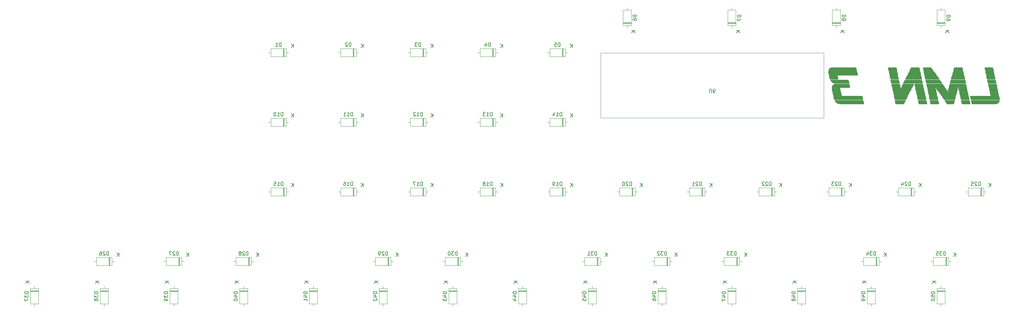
<source format=gbr>
%TF.GenerationSoftware,KiCad,Pcbnew,6.0.2-378541a8eb~116~ubuntu20.04.1*%
%TF.CreationDate,2022-02-23T19:33:22-06:00*%
%TF.ProjectId,LMN,4c4d4e2e-6b69-4636-9164-5f7063625858,rev?*%
%TF.SameCoordinates,Original*%
%TF.FileFunction,Legend,Bot*%
%TF.FilePolarity,Positive*%
%FSLAX46Y46*%
G04 Gerber Fmt 4.6, Leading zero omitted, Abs format (unit mm)*
G04 Created by KiCad (PCBNEW 6.0.2-378541a8eb~116~ubuntu20.04.1) date 2022-02-23 19:33:22*
%MOMM*%
%LPD*%
G01*
G04 APERTURE LIST*
%ADD10C,0.264582*%
%ADD11C,0.150000*%
%ADD12C,0.120000*%
G04 APERTURE END LIST*
D10*
X313161985Y-59330005D02*
X312979986Y-58490005D01*
X312979986Y-58490005D02*
X310879986Y-58490005D01*
X310879986Y-58490005D02*
X311061985Y-59330005D01*
X311061985Y-59330005D02*
X313161985Y-59330005D01*
X313161985Y-59330005D02*
X313161985Y-59330005D01*
G36*
X313161985Y-59330005D02*
G01*
X311061985Y-59330005D01*
X310879986Y-58490005D01*
X312979986Y-58490005D01*
X313161985Y-59330005D01*
G37*
X313161985Y-59330005D02*
X311061985Y-59330005D01*
X310879986Y-58490005D01*
X312979986Y-58490005D01*
X313161985Y-59330005D01*
X314449985Y-59330005D02*
X318313986Y-59330005D01*
X318313986Y-59330005D02*
X318537986Y-58490005D01*
X318537986Y-58490005D02*
X313861986Y-58490005D01*
X313861986Y-58490005D02*
X314449985Y-59330005D01*
X314449985Y-59330005D02*
X314449985Y-59330005D01*
G36*
X318313986Y-59330005D02*
G01*
X314449985Y-59330005D01*
X313861986Y-58490005D01*
X318537986Y-58490005D01*
X318313986Y-59330005D01*
G37*
X318313986Y-59330005D02*
X314449985Y-59330005D01*
X313861986Y-58490005D01*
X318537986Y-58490005D01*
X318313986Y-59330005D01*
X329093964Y-61570006D02*
X329208206Y-61566725D01*
X329208206Y-61566725D02*
X329316433Y-61556881D01*
X329316433Y-61556881D02*
X329418644Y-61540475D01*
X329418644Y-61540475D02*
X329514839Y-61517506D01*
X329514839Y-61517506D02*
X329560681Y-61503561D01*
X329560681Y-61503561D02*
X329605019Y-61487975D01*
X329605019Y-61487975D02*
X329647853Y-61470748D01*
X329647853Y-61470748D02*
X329689183Y-61451881D01*
X329689183Y-61451881D02*
X329729009Y-61431373D01*
X329729009Y-61431373D02*
X329767331Y-61409225D01*
X329767331Y-61409225D02*
X329804150Y-61385436D01*
X329804150Y-61385436D02*
X329839464Y-61360006D01*
X329839464Y-61360006D02*
X329873275Y-61332936D01*
X329873275Y-61332936D02*
X329905581Y-61304225D01*
X329905581Y-61304225D02*
X329936384Y-61273873D01*
X329936384Y-61273873D02*
X329965683Y-61241881D01*
X329965683Y-61241881D02*
X329993478Y-61208248D01*
X329993478Y-61208248D02*
X330019769Y-61172975D01*
X330019769Y-61172975D02*
X330044556Y-61136061D01*
X330044556Y-61136061D02*
X330067839Y-61097506D01*
X330067839Y-61097506D02*
X330089618Y-61057311D01*
X330089618Y-61057311D02*
X330109894Y-61015475D01*
X330109894Y-61015475D02*
X330128665Y-60971998D01*
X330128665Y-60971998D02*
X330145933Y-60926881D01*
X330145933Y-60926881D02*
X330175956Y-60831725D01*
X330175956Y-60831725D02*
X330199964Y-60730006D01*
X330199964Y-60730006D02*
X322611964Y-60730006D01*
X322611964Y-60730006D02*
X322793964Y-61570006D01*
X322793964Y-61570006D02*
X329093964Y-61570006D01*
X329093964Y-61570006D02*
X329093964Y-61570006D01*
G36*
X330175956Y-60831725D02*
G01*
X330145933Y-60926881D01*
X330128665Y-60971998D01*
X330109894Y-61015475D01*
X330089618Y-61057311D01*
X330067839Y-61097506D01*
X330044556Y-61136061D01*
X330019769Y-61172975D01*
X329993478Y-61208248D01*
X329965683Y-61241881D01*
X329936384Y-61273873D01*
X329905581Y-61304225D01*
X329873275Y-61332936D01*
X329839464Y-61360006D01*
X329804150Y-61385436D01*
X329767331Y-61409225D01*
X329729009Y-61431373D01*
X329689183Y-61451881D01*
X329647853Y-61470748D01*
X329605019Y-61487975D01*
X329560681Y-61503561D01*
X329514839Y-61517506D01*
X329418644Y-61540475D01*
X329316433Y-61556881D01*
X329208206Y-61566725D01*
X329093964Y-61570006D01*
X322793964Y-61570006D01*
X322611964Y-60730006D01*
X330199964Y-60730006D01*
X330175956Y-60831725D01*
G37*
X330175956Y-60831725D02*
X330145933Y-60926881D01*
X330128665Y-60971998D01*
X330109894Y-61015475D01*
X330089618Y-61057311D01*
X330067839Y-61097506D01*
X330044556Y-61136061D01*
X330019769Y-61172975D01*
X329993478Y-61208248D01*
X329965683Y-61241881D01*
X329936384Y-61273873D01*
X329905581Y-61304225D01*
X329873275Y-61332936D01*
X329839464Y-61360006D01*
X329804150Y-61385436D01*
X329767331Y-61409225D01*
X329729009Y-61431373D01*
X329689183Y-61451881D01*
X329647853Y-61470748D01*
X329605019Y-61487975D01*
X329560681Y-61503561D01*
X329514839Y-61517506D01*
X329418644Y-61540475D01*
X329316433Y-61556881D01*
X329208206Y-61566725D01*
X329093964Y-61570006D01*
X322793964Y-61570006D01*
X322611964Y-60730006D01*
X330199964Y-60730006D01*
X330175956Y-60831725D01*
X321701985Y-59330005D02*
X321519985Y-58490005D01*
X321519985Y-58490005D02*
X319419985Y-58490005D01*
X319419985Y-58490005D02*
X319601985Y-59330005D01*
X319601985Y-59330005D02*
X321701985Y-59330005D01*
X321701985Y-59330005D02*
X321701985Y-59330005D01*
G36*
X321701985Y-59330005D02*
G01*
X319601985Y-59330005D01*
X319419985Y-58490005D01*
X321519985Y-58490005D01*
X321701985Y-59330005D01*
G37*
X321701985Y-59330005D02*
X319601985Y-59330005D01*
X319419985Y-58490005D01*
X321519985Y-58490005D01*
X321701985Y-59330005D01*
X329779964Y-58210004D02*
X329597964Y-57370004D01*
X329597964Y-57370004D02*
X327497964Y-57370004D01*
X327497964Y-57370004D02*
X327679964Y-58210004D01*
X327679964Y-58210004D02*
X329779964Y-58210004D01*
X329779964Y-58210004D02*
X329779964Y-58210004D01*
G36*
X329779964Y-58210004D02*
G01*
X327679964Y-58210004D01*
X327497964Y-57370004D01*
X329597964Y-57370004D01*
X329779964Y-58210004D01*
G37*
X329779964Y-58210004D02*
X327679964Y-58210004D01*
X327497964Y-57370004D01*
X329597964Y-57370004D01*
X329779964Y-58210004D01*
X312139986Y-52610000D02*
X311551987Y-51769999D01*
X311551987Y-51769999D02*
X309451986Y-51769999D01*
X309451986Y-51769999D02*
X309633985Y-52610000D01*
X309633985Y-52610000D02*
X312139986Y-52610000D01*
X312139986Y-52610000D02*
X312139986Y-52610000D01*
G36*
X312139986Y-52610000D02*
G01*
X309633985Y-52610000D01*
X309451986Y-51769999D01*
X311551987Y-51769999D01*
X312139986Y-52610000D01*
G37*
X312139986Y-52610000D02*
X309633985Y-52610000D01*
X309451986Y-51769999D01*
X311551987Y-51769999D01*
X312139986Y-52610000D01*
X310151995Y-60450006D02*
X309969995Y-59610005D01*
X309969995Y-59610005D02*
X307869995Y-59610005D01*
X307869995Y-59610005D02*
X308051994Y-60450006D01*
X308051994Y-60450006D02*
X310151995Y-60450006D01*
X310151995Y-60450006D02*
X310151995Y-60450006D01*
G36*
X310151995Y-60450006D02*
G01*
X308051994Y-60450006D01*
X307869995Y-59610005D01*
X309969995Y-59610005D01*
X310151995Y-60450006D01*
G37*
X310151995Y-60450006D02*
X308051994Y-60450006D01*
X307869995Y-59610005D01*
X309969995Y-59610005D01*
X310151995Y-60450006D01*
X313399984Y-60450006D02*
X313217985Y-59610005D01*
X313217985Y-59610005D02*
X311117985Y-59610005D01*
X311117985Y-59610005D02*
X311299984Y-60450006D01*
X311299984Y-60450006D02*
X313399984Y-60450006D01*
X313399984Y-60450006D02*
X313399984Y-60450006D01*
G36*
X313399984Y-60450006D02*
G01*
X311299984Y-60450006D01*
X311117985Y-59610005D01*
X313217985Y-59610005D01*
X313399984Y-60450006D01*
G37*
X313399984Y-60450006D02*
X311299984Y-60450006D01*
X311117985Y-59610005D01*
X313217985Y-59610005D01*
X313399984Y-60450006D01*
X328589964Y-52610000D02*
X328407964Y-51769999D01*
X328407964Y-51769999D02*
X326307964Y-51769999D01*
X326307964Y-51769999D02*
X326489964Y-52610000D01*
X326489964Y-52610000D02*
X328589964Y-52610000D01*
X328589964Y-52610000D02*
X328589964Y-52610000D01*
G36*
X328589964Y-52610000D02*
G01*
X326489964Y-52610000D01*
X326307964Y-51769999D01*
X328407964Y-51769999D01*
X328589964Y-52610000D01*
G37*
X328589964Y-52610000D02*
X326489964Y-52610000D01*
X326307964Y-51769999D01*
X328407964Y-51769999D01*
X328589964Y-52610000D01*
X320511986Y-53730001D02*
X320329986Y-52890000D01*
X320329986Y-52890000D02*
X317683986Y-52890000D01*
X317683986Y-52890000D02*
X317459986Y-53730001D01*
X317459986Y-53730001D02*
X320511986Y-53730001D01*
X320511986Y-53730001D02*
X320511986Y-53730001D01*
G36*
X320511986Y-53730001D02*
G01*
X317459986Y-53730001D01*
X317683986Y-52890000D01*
X320329986Y-52890000D01*
X320511986Y-53730001D01*
G37*
X320511986Y-53730001D02*
X317459986Y-53730001D01*
X317683986Y-52890000D01*
X320329986Y-52890000D01*
X320511986Y-53730001D01*
X291224035Y-52610000D02*
X291042036Y-51769999D01*
X291042036Y-51769999D02*
X284742037Y-51769999D01*
X284742037Y-51769999D02*
X284627795Y-51773280D01*
X284627795Y-51773280D02*
X284519568Y-51783124D01*
X284519568Y-51783124D02*
X284417358Y-51799530D01*
X284417358Y-51799530D02*
X284321162Y-51822499D01*
X284321162Y-51822499D02*
X284275321Y-51836444D01*
X284275321Y-51836444D02*
X284230983Y-51852030D01*
X284230983Y-51852030D02*
X284188149Y-51869257D01*
X284188149Y-51869257D02*
X284146819Y-51888124D01*
X284146819Y-51888124D02*
X284106993Y-51908632D01*
X284106993Y-51908632D02*
X284068670Y-51930780D01*
X284068670Y-51930780D02*
X284031852Y-51954569D01*
X284031852Y-51954569D02*
X283996538Y-51979999D01*
X283996538Y-51979999D02*
X283962727Y-52007069D01*
X283962727Y-52007069D02*
X283930420Y-52035780D01*
X283930420Y-52035780D02*
X283899618Y-52066132D01*
X283899618Y-52066132D02*
X283870319Y-52098124D01*
X283870319Y-52098124D02*
X283842524Y-52131757D01*
X283842524Y-52131757D02*
X283816233Y-52167030D01*
X283816233Y-52167030D02*
X283791446Y-52203945D01*
X283791446Y-52203945D02*
X283768163Y-52242499D01*
X283768163Y-52242499D02*
X283746383Y-52282695D01*
X283746383Y-52282695D02*
X283726108Y-52324531D01*
X283726108Y-52324531D02*
X283707336Y-52368007D01*
X283707336Y-52368007D02*
X283690069Y-52413125D01*
X283690069Y-52413125D02*
X283660045Y-52508281D01*
X283660045Y-52508281D02*
X283636038Y-52610000D01*
X283636038Y-52610000D02*
X291224035Y-52610000D01*
X291224035Y-52610000D02*
X291224035Y-52610000D01*
G36*
X291224035Y-52610000D02*
G01*
X283636038Y-52610000D01*
X283660045Y-52508281D01*
X283690069Y-52413125D01*
X283707336Y-52368007D01*
X283726108Y-52324531D01*
X283746383Y-52282695D01*
X283768163Y-52242499D01*
X283791446Y-52203945D01*
X283816233Y-52167030D01*
X283842524Y-52131757D01*
X283870319Y-52098124D01*
X283899618Y-52066132D01*
X283930420Y-52035780D01*
X283962727Y-52007069D01*
X283996538Y-51979999D01*
X284031852Y-51954569D01*
X284068670Y-51930780D01*
X284106993Y-51908632D01*
X284146819Y-51888124D01*
X284188149Y-51869257D01*
X284230983Y-51852030D01*
X284275321Y-51836444D01*
X284321162Y-51822499D01*
X284417358Y-51799530D01*
X284519568Y-51783124D01*
X284627795Y-51773280D01*
X284742037Y-51769999D01*
X291042036Y-51769999D01*
X291224035Y-52610000D01*
G37*
X291224035Y-52610000D02*
X283636038Y-52610000D01*
X283660045Y-52508281D01*
X283690069Y-52413125D01*
X283707336Y-52368007D01*
X283726108Y-52324531D01*
X283746383Y-52282695D01*
X283768163Y-52242499D01*
X283791446Y-52203945D01*
X283816233Y-52167030D01*
X283842524Y-52131757D01*
X283870319Y-52098124D01*
X283899618Y-52066132D01*
X283930420Y-52035780D01*
X283962727Y-52007069D01*
X283996538Y-51979999D01*
X284031852Y-51954569D01*
X284068670Y-51930780D01*
X284106993Y-51908632D01*
X284146819Y-51888124D01*
X284188149Y-51869257D01*
X284230983Y-51852030D01*
X284275321Y-51836444D01*
X284321162Y-51822499D01*
X284417358Y-51799530D01*
X284519568Y-51783124D01*
X284627795Y-51773280D01*
X284742037Y-51769999D01*
X291042036Y-51769999D01*
X291224035Y-52610000D01*
X305769995Y-58210004D02*
X306189995Y-57370004D01*
X306189995Y-57370004D02*
X303389996Y-57370004D01*
X303389996Y-57370004D02*
X303249996Y-57650004D01*
X303249996Y-57650004D02*
X303193996Y-57370004D01*
X303193996Y-57370004D02*
X301093996Y-57370004D01*
X301093996Y-57370004D02*
X301275995Y-58210004D01*
X301275995Y-58210004D02*
X305769995Y-58210004D01*
X305769995Y-58210004D02*
X305769995Y-58210004D01*
G36*
X303249996Y-57650004D02*
G01*
X303389996Y-57370004D01*
X306189995Y-57370004D01*
X305769995Y-58210004D01*
X301275995Y-58210004D01*
X301093996Y-57370004D01*
X303193996Y-57370004D01*
X303249996Y-57650004D01*
G37*
X303249996Y-57650004D02*
X303389996Y-57370004D01*
X306189995Y-57370004D01*
X305769995Y-58210004D01*
X301275995Y-58210004D01*
X301093996Y-57370004D01*
X303193996Y-57370004D01*
X303249996Y-57650004D01*
X316017983Y-61570006D02*
X317697984Y-61570006D01*
X317697984Y-61570006D02*
X317921984Y-60730006D01*
X317921984Y-60730006D02*
X315429983Y-60730006D01*
X315429983Y-60730006D02*
X316017983Y-61570006D01*
X316017983Y-61570006D02*
X316017983Y-61570006D01*
G36*
X317697984Y-61570006D02*
G01*
X316017983Y-61570006D01*
X315429983Y-60730006D01*
X317921984Y-60730006D01*
X317697984Y-61570006D01*
G37*
X317697984Y-61570006D02*
X316017983Y-61570006D01*
X315429983Y-60730006D01*
X317921984Y-60730006D01*
X317697984Y-61570006D01*
X312923984Y-58210004D02*
X312741985Y-57370004D01*
X312741985Y-57370004D02*
X310641985Y-57370004D01*
X310641985Y-57370004D02*
X310823984Y-58210004D01*
X310823984Y-58210004D02*
X312923984Y-58210004D01*
X312923984Y-58210004D02*
X312923984Y-58210004D01*
G36*
X312923984Y-58210004D02*
G01*
X310823984Y-58210004D01*
X310641985Y-57370004D01*
X312741985Y-57370004D01*
X312923984Y-58210004D01*
G37*
X312923984Y-58210004D02*
X310823984Y-58210004D01*
X310641985Y-57370004D01*
X312741985Y-57370004D01*
X312923984Y-58210004D01*
X302661997Y-54850001D02*
X302479998Y-54010001D01*
X302479998Y-54010001D02*
X300379997Y-54010001D01*
X300379997Y-54010001D02*
X300561996Y-54850001D01*
X300561996Y-54850001D02*
X302661997Y-54850001D01*
X302661997Y-54850001D02*
X302661997Y-54850001D01*
G36*
X302661997Y-54850001D02*
G01*
X300561996Y-54850001D01*
X300379997Y-54010001D01*
X302479998Y-54010001D01*
X302661997Y-54850001D01*
G37*
X302661997Y-54850001D02*
X300561996Y-54850001D01*
X300379997Y-54010001D01*
X302479998Y-54010001D01*
X302661997Y-54850001D01*
X329065964Y-54850001D02*
X328883964Y-54010001D01*
X328883964Y-54010001D02*
X326783964Y-54010001D01*
X326783964Y-54010001D02*
X326965964Y-54850001D01*
X326965964Y-54850001D02*
X329065964Y-54850001D01*
X329065964Y-54850001D02*
X329065964Y-54850001D01*
G36*
X329065964Y-54850001D02*
G01*
X326965964Y-54850001D01*
X326783964Y-54010001D01*
X328883964Y-54010001D01*
X329065964Y-54850001D01*
G37*
X329065964Y-54850001D02*
X326965964Y-54850001D01*
X326783964Y-54010001D01*
X328883964Y-54010001D01*
X329065964Y-54850001D01*
X306343994Y-57090003D02*
X306749994Y-56250003D01*
X306749994Y-56250003D02*
X303949995Y-56250003D01*
X303949995Y-56250003D02*
X303543995Y-57090003D01*
X303543995Y-57090003D02*
X306343994Y-57090003D01*
X306343994Y-57090003D02*
X306343994Y-57090003D01*
G36*
X306343994Y-57090003D02*
G01*
X303543995Y-57090003D01*
X303949995Y-56250003D01*
X306749994Y-56250003D01*
X306343994Y-57090003D01*
G37*
X306343994Y-57090003D02*
X303543995Y-57090003D01*
X303949995Y-56250003D01*
X306749994Y-56250003D01*
X306343994Y-57090003D01*
X304089994Y-61570006D02*
X304509994Y-60730006D01*
X304509994Y-60730006D02*
X301807995Y-60730006D01*
X301807995Y-60730006D02*
X301989994Y-61570006D01*
X301989994Y-61570006D02*
X304089994Y-61570006D01*
X304089994Y-61570006D02*
X304089994Y-61570006D01*
G36*
X304089994Y-61570006D02*
G01*
X301989994Y-61570006D01*
X301807995Y-60730006D01*
X304509994Y-60730006D01*
X304089994Y-61570006D01*
G37*
X304089994Y-61570006D02*
X301989994Y-61570006D01*
X301807995Y-60730006D01*
X304509994Y-60730006D01*
X304089994Y-61570006D01*
X313637983Y-61570006D02*
X313455984Y-60730006D01*
X313455984Y-60730006D02*
X311355984Y-60730006D01*
X311355984Y-60730006D02*
X311537983Y-61570006D01*
X311537983Y-61570006D02*
X313637983Y-61570006D01*
X313637983Y-61570006D02*
X313637983Y-61570006D01*
G36*
X313637983Y-61570006D02*
G01*
X311537983Y-61570006D01*
X311355984Y-60730006D01*
X313455984Y-60730006D01*
X313637983Y-61570006D01*
G37*
X313637983Y-61570006D02*
X311537983Y-61570006D01*
X311355984Y-60730006D01*
X313455984Y-60730006D01*
X313637983Y-61570006D01*
X321939984Y-60450006D02*
X321757984Y-59610005D01*
X321757984Y-59610005D02*
X319657984Y-59610005D01*
X319657984Y-59610005D02*
X319839984Y-60450006D01*
X319839984Y-60450006D02*
X321939984Y-60450006D01*
X321939984Y-60450006D02*
X321939984Y-60450006D01*
G36*
X321939984Y-60450006D02*
G01*
X319839984Y-60450006D01*
X319657984Y-59610005D01*
X321757984Y-59610005D01*
X321939984Y-60450006D01*
G37*
X321939984Y-60450006D02*
X319839984Y-60450006D01*
X319657984Y-59610005D01*
X321757984Y-59610005D01*
X321939984Y-60450006D01*
X286814032Y-58210000D02*
X286632032Y-57370000D01*
X286632032Y-57370000D02*
X284560034Y-57370000D01*
X284560034Y-57370000D02*
X284560252Y-57380500D01*
X284560252Y-57380500D02*
X284560909Y-57391000D01*
X284560909Y-57391000D02*
X284562002Y-57401500D01*
X284562002Y-57401500D02*
X284563533Y-57412000D01*
X284563533Y-57412000D02*
X284565502Y-57422500D01*
X284565502Y-57422500D02*
X284567908Y-57433000D01*
X284567908Y-57433000D02*
X284570752Y-57443500D01*
X284570752Y-57443500D02*
X284574034Y-57454000D01*
X284574034Y-57454000D02*
X284574034Y-57509999D01*
X284574034Y-57509999D02*
X284574088Y-57513554D01*
X284574088Y-57513554D02*
X284574252Y-57517218D01*
X284574252Y-57517218D02*
X284574526Y-57520992D01*
X284574526Y-57520992D02*
X284574908Y-57524875D01*
X284574908Y-57524875D02*
X284575401Y-57528867D01*
X284575401Y-57528867D02*
X284576002Y-57532968D01*
X284576002Y-57532968D02*
X284576713Y-57537179D01*
X284576713Y-57537179D02*
X284577533Y-57541499D01*
X284577533Y-57541499D02*
X284579502Y-57550468D01*
X284579502Y-57550468D02*
X284581908Y-57559874D01*
X284581908Y-57559874D02*
X284584752Y-57569718D01*
X284584752Y-57569718D02*
X284588034Y-57579999D01*
X284588034Y-57579999D02*
X284588034Y-57649999D01*
X284588034Y-57649999D02*
X284714033Y-58209998D01*
X284714033Y-58209998D02*
X286814032Y-58210000D01*
X286814032Y-58210000D02*
X286814032Y-58210000D01*
G36*
X286814032Y-58210000D02*
G01*
X284714033Y-58209998D01*
X284588034Y-57649999D01*
X284588034Y-57579999D01*
X284584752Y-57569718D01*
X284581908Y-57559874D01*
X284579502Y-57550468D01*
X284577533Y-57541499D01*
X284576713Y-57537179D01*
X284576002Y-57532968D01*
X284575401Y-57528867D01*
X284574908Y-57524875D01*
X284574526Y-57520992D01*
X284574252Y-57517218D01*
X284574088Y-57513554D01*
X284574034Y-57509999D01*
X284574034Y-57454000D01*
X284570752Y-57443500D01*
X284567908Y-57433000D01*
X284565502Y-57422500D01*
X284563533Y-57412000D01*
X284562002Y-57401500D01*
X284560909Y-57391000D01*
X284560252Y-57380500D01*
X284560034Y-57370000D01*
X286632032Y-57370000D01*
X286814032Y-58210000D01*
G37*
X286814032Y-58210000D02*
X284714033Y-58209998D01*
X284588034Y-57649999D01*
X284588034Y-57579999D01*
X284584752Y-57569718D01*
X284581908Y-57559874D01*
X284579502Y-57550468D01*
X284577533Y-57541499D01*
X284576713Y-57537179D01*
X284576002Y-57532968D01*
X284575401Y-57528867D01*
X284574908Y-57524875D01*
X284574526Y-57520992D01*
X284574252Y-57517218D01*
X284574088Y-57513554D01*
X284574034Y-57509999D01*
X284574034Y-57454000D01*
X284570752Y-57443500D01*
X284567908Y-57433000D01*
X284565502Y-57422500D01*
X284563533Y-57412000D01*
X284562002Y-57401500D01*
X284560909Y-57391000D01*
X284560252Y-57380500D01*
X284560034Y-57370000D01*
X286632032Y-57370000D01*
X286814032Y-58210000D01*
X312923986Y-53730001D02*
X312335987Y-52890000D01*
X312335987Y-52890000D02*
X309689987Y-52890000D01*
X309689987Y-52890000D02*
X309871986Y-53730001D01*
X309871986Y-53730001D02*
X312923986Y-53730001D01*
X312923986Y-53730001D02*
X312923986Y-53730001D01*
G36*
X312923986Y-53730001D02*
G01*
X309871986Y-53730001D01*
X309689987Y-52890000D01*
X312335987Y-52890000D01*
X312923986Y-53730001D01*
G37*
X312923986Y-53730001D02*
X309871986Y-53730001D01*
X309689987Y-52890000D01*
X312335987Y-52890000D01*
X312923986Y-53730001D01*
X308485998Y-52610000D02*
X308303999Y-51769999D01*
X308303999Y-51769999D02*
X306203999Y-51769999D01*
X306203999Y-51769999D02*
X305783998Y-52610000D01*
X305783998Y-52610000D02*
X308485998Y-52610000D01*
X308485998Y-52610000D02*
X308485998Y-52610000D01*
G36*
X308485998Y-52610000D02*
G01*
X305783998Y-52610000D01*
X306203999Y-51769999D01*
X308303999Y-51769999D01*
X308485998Y-52610000D01*
G37*
X308485998Y-52610000D02*
X305783998Y-52610000D01*
X306203999Y-51769999D01*
X308303999Y-51769999D01*
X308485998Y-52610000D01*
X305209995Y-59330005D02*
X305629995Y-58490005D01*
X305629995Y-58490005D02*
X301331995Y-58490005D01*
X301331995Y-58490005D02*
X301513994Y-59330005D01*
X301513994Y-59330005D02*
X305209995Y-59330005D01*
X305209995Y-59330005D02*
X305209995Y-59330005D01*
G36*
X305209995Y-59330005D02*
G01*
X301513994Y-59330005D01*
X301331995Y-58490005D01*
X305629995Y-58490005D01*
X305209995Y-59330005D01*
G37*
X305209995Y-59330005D02*
X301513994Y-59330005D01*
X301331995Y-58490005D01*
X305629995Y-58490005D01*
X305209995Y-59330005D01*
X302185999Y-52610000D02*
X302004000Y-51769999D01*
X302004000Y-51769999D02*
X299903999Y-51769999D01*
X299903999Y-51769999D02*
X300085998Y-52610000D01*
X300085998Y-52610000D02*
X302185999Y-52610000D01*
X302185999Y-52610000D02*
X302185999Y-52610000D01*
G36*
X302185999Y-52610000D02*
G01*
X300085998Y-52610000D01*
X299903999Y-51769999D01*
X302004000Y-51769999D01*
X302185999Y-52610000D01*
G37*
X302185999Y-52610000D02*
X300085998Y-52610000D01*
X299903999Y-51769999D01*
X302004000Y-51769999D01*
X302185999Y-52610000D01*
X328827964Y-53730001D02*
X328645964Y-52890000D01*
X328645964Y-52890000D02*
X326545964Y-52890000D01*
X326545964Y-52890000D02*
X326727964Y-53730001D01*
X326727964Y-53730001D02*
X328827964Y-53730001D01*
X328827964Y-53730001D02*
X328827964Y-53730001D01*
G36*
X328827964Y-53730001D02*
G01*
X326727964Y-53730001D01*
X326545964Y-52890000D01*
X328645964Y-52890000D01*
X328827964Y-53730001D01*
G37*
X328827964Y-53730001D02*
X326727964Y-53730001D01*
X326545964Y-52890000D01*
X328645964Y-52890000D01*
X328827964Y-53730001D01*
X304649996Y-60450006D02*
X305069996Y-59610005D01*
X305069996Y-59610005D02*
X301569996Y-59610005D01*
X301569996Y-59610005D02*
X301751995Y-60450006D01*
X301751995Y-60450006D02*
X304649996Y-60450006D01*
X304649996Y-60450006D02*
X304649996Y-60450006D01*
G36*
X304649996Y-60450006D02*
G01*
X301751995Y-60450006D01*
X301569996Y-59610005D01*
X305069996Y-59610005D01*
X304649996Y-60450006D01*
G37*
X304649996Y-60450006D02*
X301751995Y-60450006D01*
X301569996Y-59610005D01*
X305069996Y-59610005D01*
X304649996Y-60450006D01*
X308723997Y-53730001D02*
X308541998Y-52890000D01*
X308541998Y-52890000D02*
X305643997Y-52890000D01*
X305643997Y-52890000D02*
X305223997Y-53730001D01*
X305223997Y-53730001D02*
X308723997Y-53730001D01*
X308723997Y-53730001D02*
X308723997Y-53730001D01*
G36*
X308723997Y-53730001D02*
G01*
X305223997Y-53730001D01*
X305643997Y-52890000D01*
X308541998Y-52890000D01*
X308723997Y-53730001D01*
G37*
X308723997Y-53730001D02*
X305223997Y-53730001D01*
X305643997Y-52890000D01*
X308541998Y-52890000D01*
X308723997Y-53730001D01*
X310389994Y-61570006D02*
X310207994Y-60730006D01*
X310207994Y-60730006D02*
X308107994Y-60730006D01*
X308107994Y-60730006D02*
X308289993Y-61570006D01*
X308289993Y-61570006D02*
X310389994Y-61570006D01*
X310389994Y-61570006D02*
X310389994Y-61570006D01*
G36*
X310389994Y-61570006D02*
G01*
X308289993Y-61570006D01*
X308107994Y-60730006D01*
X310207994Y-60730006D01*
X310389994Y-61570006D01*
G37*
X310389994Y-61570006D02*
X308289993Y-61570006D01*
X308107994Y-60730006D01*
X310207994Y-60730006D01*
X310389994Y-61570006D01*
X322177983Y-61570006D02*
X321995983Y-60730006D01*
X321995983Y-60730006D02*
X319895983Y-60730006D01*
X319895983Y-60730006D02*
X320077983Y-61570006D01*
X320077983Y-61570006D02*
X322177983Y-61570006D01*
X322177983Y-61570006D02*
X322177983Y-61570006D01*
G36*
X322177983Y-61570006D02*
G01*
X320077983Y-61570006D01*
X319895983Y-60730006D01*
X321995983Y-60730006D01*
X322177983Y-61570006D01*
G37*
X322177983Y-61570006D02*
X320077983Y-61570006D01*
X319895983Y-60730006D01*
X321995983Y-60730006D01*
X322177983Y-61570006D01*
X329541964Y-57090003D02*
X329359964Y-56250003D01*
X329359964Y-56250003D02*
X327259964Y-56250003D01*
X327259964Y-56250003D02*
X327441964Y-57090003D01*
X327441964Y-57090003D02*
X329541964Y-57090003D01*
X329541964Y-57090003D02*
X329541964Y-57090003D01*
G36*
X329541964Y-57090003D02*
G01*
X327441964Y-57090003D01*
X327259964Y-56250003D01*
X329359964Y-56250003D01*
X329541964Y-57090003D01*
G37*
X329541964Y-57090003D02*
X327441964Y-57090003D01*
X327259964Y-56250003D01*
X329359964Y-56250003D01*
X329541964Y-57090003D01*
X309913996Y-59330005D02*
X309731996Y-58490005D01*
X309731996Y-58490005D02*
X307631996Y-58490005D01*
X307631996Y-58490005D02*
X307813995Y-59330005D01*
X307813995Y-59330005D02*
X309913996Y-59330005D01*
X309913996Y-59330005D02*
X309913996Y-59330005D01*
G36*
X309913996Y-59330005D02*
G01*
X307813995Y-59330005D01*
X307631996Y-58490005D01*
X309731996Y-58490005D01*
X309913996Y-59330005D01*
G37*
X309913996Y-59330005D02*
X307813995Y-59330005D01*
X307631996Y-58490005D01*
X309731996Y-58490005D01*
X309913996Y-59330005D01*
X285134031Y-60170001D02*
X285134250Y-60180501D01*
X285134250Y-60180501D02*
X285134906Y-60191001D01*
X285134906Y-60191001D02*
X285136000Y-60201501D01*
X285136000Y-60201501D02*
X285137531Y-60212001D01*
X285137531Y-60212001D02*
X285139499Y-60222501D01*
X285139499Y-60222501D02*
X285141906Y-60233001D01*
X285141906Y-60233001D02*
X285144750Y-60243501D01*
X285144750Y-60243501D02*
X285148031Y-60254001D01*
X285148031Y-60254001D02*
X285176031Y-60310000D01*
X285176031Y-60310000D02*
X285176086Y-60313446D01*
X285176086Y-60313446D02*
X285176250Y-60316782D01*
X285176250Y-60316782D02*
X285176523Y-60320009D01*
X285176523Y-60320009D02*
X285176906Y-60323126D01*
X285176906Y-60323126D02*
X285177398Y-60326134D01*
X285177398Y-60326134D02*
X285177999Y-60329032D01*
X285177999Y-60329032D02*
X285178710Y-60331821D01*
X285178710Y-60331821D02*
X285179531Y-60334501D01*
X285179531Y-60334501D02*
X285180460Y-60337071D01*
X285180460Y-60337071D02*
X285181499Y-60339532D01*
X285181499Y-60339532D02*
X285182648Y-60341884D01*
X285182648Y-60341884D02*
X285183905Y-60344126D01*
X285183905Y-60344126D02*
X285185273Y-60346258D01*
X285185273Y-60346258D02*
X285186749Y-60348282D01*
X285186749Y-60348282D02*
X285188335Y-60350196D01*
X285188335Y-60350196D02*
X285190031Y-60352000D01*
X285190031Y-60352000D02*
X285190086Y-60355500D01*
X285190086Y-60355500D02*
X285190250Y-60359000D01*
X285190250Y-60359000D02*
X285190523Y-60362500D01*
X285190523Y-60362500D02*
X285190906Y-60366000D01*
X285190906Y-60366000D02*
X285191398Y-60369500D01*
X285191398Y-60369500D02*
X285191999Y-60373000D01*
X285191999Y-60373000D02*
X285192710Y-60376500D01*
X285192710Y-60376500D02*
X285193530Y-60380000D01*
X285193530Y-60380000D02*
X285194460Y-60383500D01*
X285194460Y-60383500D02*
X285195499Y-60387000D01*
X285195499Y-60387000D02*
X285196648Y-60390500D01*
X285196648Y-60390500D02*
X285197905Y-60394000D01*
X285197905Y-60394000D02*
X285199273Y-60397500D01*
X285199273Y-60397500D02*
X285200749Y-60401000D01*
X285200749Y-60401000D02*
X285202335Y-60404500D01*
X285202335Y-60404500D02*
X285204031Y-60408000D01*
X285204031Y-60408000D02*
X285204086Y-60409805D01*
X285204086Y-60409805D02*
X285204250Y-60411719D01*
X285204250Y-60411719D02*
X285204523Y-60413742D01*
X285204523Y-60413742D02*
X285204906Y-60415875D01*
X285204906Y-60415875D02*
X285205398Y-60418117D01*
X285205398Y-60418117D02*
X285205999Y-60420468D01*
X285205999Y-60420468D02*
X285206710Y-60422929D01*
X285206710Y-60422929D02*
X285207530Y-60425499D01*
X285207530Y-60425499D02*
X285208460Y-60428179D01*
X285208460Y-60428179D02*
X285209499Y-60430968D01*
X285209499Y-60430968D02*
X285210648Y-60433867D01*
X285210648Y-60433867D02*
X285211905Y-60436875D01*
X285211905Y-60436875D02*
X285213273Y-60439992D01*
X285213273Y-60439992D02*
X285214749Y-60443218D01*
X285214749Y-60443218D02*
X285216335Y-60446554D01*
X285216335Y-60446554D02*
X285218031Y-60450000D01*
X285218031Y-60450000D02*
X292890032Y-60450000D01*
X292890032Y-60450000D02*
X292708033Y-59610000D01*
X292708033Y-59610000D02*
X285008032Y-59610000D01*
X285008032Y-59610000D02*
X285134031Y-60170001D01*
X285134031Y-60170001D02*
X285134031Y-60170001D01*
G36*
X292890032Y-60450000D02*
G01*
X285218031Y-60450000D01*
X285216335Y-60446554D01*
X285214749Y-60443218D01*
X285213273Y-60439992D01*
X285211905Y-60436875D01*
X285210648Y-60433867D01*
X285209499Y-60430968D01*
X285208460Y-60428179D01*
X285207530Y-60425499D01*
X285206710Y-60422929D01*
X285205999Y-60420468D01*
X285205398Y-60418117D01*
X285204906Y-60415875D01*
X285204523Y-60413742D01*
X285204250Y-60411719D01*
X285204086Y-60409805D01*
X285204031Y-60408000D01*
X285202335Y-60404500D01*
X285200749Y-60401000D01*
X285199273Y-60397500D01*
X285197905Y-60394000D01*
X285196648Y-60390500D01*
X285195499Y-60387000D01*
X285194460Y-60383500D01*
X285193530Y-60380000D01*
X285192710Y-60376500D01*
X285191999Y-60373000D01*
X285191398Y-60369500D01*
X285190906Y-60366000D01*
X285190523Y-60362500D01*
X285190250Y-60359000D01*
X285190086Y-60355500D01*
X285190031Y-60352000D01*
X285188335Y-60350196D01*
X285186749Y-60348282D01*
X285185273Y-60346258D01*
X285183905Y-60344126D01*
X285182648Y-60341884D01*
X285181499Y-60339532D01*
X285180460Y-60337071D01*
X285179531Y-60334501D01*
X285178710Y-60331821D01*
X285177999Y-60329032D01*
X285177398Y-60326134D01*
X285176906Y-60323126D01*
X285176523Y-60320009D01*
X285176250Y-60316782D01*
X285176086Y-60313446D01*
X285176031Y-60310000D01*
X285148031Y-60254001D01*
X285144750Y-60243501D01*
X285141906Y-60233001D01*
X285139499Y-60222501D01*
X285137531Y-60212001D01*
X285136000Y-60201501D01*
X285134906Y-60191001D01*
X285134250Y-60180501D01*
X285134031Y-60170001D01*
X285008032Y-59610000D01*
X292708033Y-59610000D01*
X292890032Y-60450000D01*
G37*
X292890032Y-60450000D02*
X285218031Y-60450000D01*
X285216335Y-60446554D01*
X285214749Y-60443218D01*
X285213273Y-60439992D01*
X285211905Y-60436875D01*
X285210648Y-60433867D01*
X285209499Y-60430968D01*
X285208460Y-60428179D01*
X285207530Y-60425499D01*
X285206710Y-60422929D01*
X285205999Y-60420468D01*
X285205398Y-60418117D01*
X285204906Y-60415875D01*
X285204523Y-60413742D01*
X285204250Y-60411719D01*
X285204086Y-60409805D01*
X285204031Y-60408000D01*
X285202335Y-60404500D01*
X285200749Y-60401000D01*
X285199273Y-60397500D01*
X285197905Y-60394000D01*
X285196648Y-60390500D01*
X285195499Y-60387000D01*
X285194460Y-60383500D01*
X285193530Y-60380000D01*
X285192710Y-60376500D01*
X285191999Y-60373000D01*
X285191398Y-60369500D01*
X285190906Y-60366000D01*
X285190523Y-60362500D01*
X285190250Y-60359000D01*
X285190086Y-60355500D01*
X285190031Y-60352000D01*
X285188335Y-60350196D01*
X285186749Y-60348282D01*
X285185273Y-60346258D01*
X285183905Y-60344126D01*
X285182648Y-60341884D01*
X285181499Y-60339532D01*
X285180460Y-60337071D01*
X285179531Y-60334501D01*
X285178710Y-60331821D01*
X285177999Y-60329032D01*
X285177398Y-60326134D01*
X285176906Y-60323126D01*
X285176523Y-60320009D01*
X285176250Y-60316782D01*
X285176086Y-60313446D01*
X285176031Y-60310000D01*
X285148031Y-60254001D01*
X285144750Y-60243501D01*
X285141906Y-60233001D01*
X285139499Y-60222501D01*
X285137531Y-60212001D01*
X285136000Y-60201501D01*
X285134906Y-60191001D01*
X285134250Y-60180501D01*
X285134031Y-60170001D01*
X285008032Y-59610000D01*
X292708033Y-59610000D01*
X292890032Y-60450000D01*
X318621984Y-58210004D02*
X318845984Y-57370004D01*
X318845984Y-57370004D02*
X316465984Y-57370004D01*
X316465984Y-57370004D02*
X316241984Y-58210004D01*
X316241984Y-58210004D02*
X318621984Y-58210004D01*
X318621984Y-58210004D02*
X318621984Y-58210004D01*
G36*
X318621984Y-58210004D02*
G01*
X316241984Y-58210004D01*
X316465984Y-57370004D01*
X318845984Y-57370004D01*
X318621984Y-58210004D01*
G37*
X318621984Y-58210004D02*
X316241984Y-58210004D01*
X316465984Y-57370004D01*
X318845984Y-57370004D01*
X318621984Y-58210004D01*
X289376032Y-57089999D02*
X289194033Y-56249999D01*
X289194033Y-56249999D02*
X285694033Y-56249999D01*
X285694033Y-56249999D02*
X285579791Y-56253280D01*
X285579791Y-56253280D02*
X285471564Y-56263124D01*
X285471564Y-56263124D02*
X285369354Y-56279530D01*
X285369354Y-56279530D02*
X285273158Y-56302499D01*
X285273158Y-56302499D02*
X285227317Y-56316445D01*
X285227317Y-56316445D02*
X285182979Y-56332030D01*
X285182979Y-56332030D02*
X285140145Y-56349257D01*
X285140145Y-56349257D02*
X285098815Y-56368124D01*
X285098815Y-56368124D02*
X285058989Y-56388632D01*
X285058989Y-56388632D02*
X285020666Y-56410781D01*
X285020666Y-56410781D02*
X284983848Y-56434570D01*
X284983848Y-56434570D02*
X284948533Y-56459999D01*
X284948533Y-56459999D02*
X284914723Y-56487070D01*
X284914723Y-56487070D02*
X284882416Y-56515781D01*
X284882416Y-56515781D02*
X284851614Y-56546132D01*
X284851614Y-56546132D02*
X284822315Y-56578124D01*
X284822315Y-56578124D02*
X284794520Y-56611757D01*
X284794520Y-56611757D02*
X284768229Y-56647031D01*
X284768229Y-56647031D02*
X284743442Y-56683945D01*
X284743442Y-56683945D02*
X284720158Y-56722499D01*
X284720158Y-56722499D02*
X284698379Y-56762695D01*
X284698379Y-56762695D02*
X284678104Y-56804531D01*
X284678104Y-56804531D02*
X284659332Y-56848007D01*
X284659332Y-56848007D02*
X284642065Y-56893124D01*
X284642065Y-56893124D02*
X284612041Y-56988281D01*
X284612041Y-56988281D02*
X284588034Y-57089999D01*
X284588034Y-57089999D02*
X289376032Y-57089999D01*
X289376032Y-57089999D02*
X289376032Y-57089999D01*
G36*
X289376032Y-57089999D02*
G01*
X284588034Y-57089999D01*
X284612041Y-56988281D01*
X284642065Y-56893124D01*
X284659332Y-56848007D01*
X284678104Y-56804531D01*
X284698379Y-56762695D01*
X284720158Y-56722499D01*
X284743442Y-56683945D01*
X284768229Y-56647031D01*
X284794520Y-56611757D01*
X284822315Y-56578124D01*
X284851614Y-56546132D01*
X284882416Y-56515781D01*
X284914723Y-56487070D01*
X284948533Y-56459999D01*
X284983848Y-56434570D01*
X285020666Y-56410781D01*
X285058989Y-56388632D01*
X285098815Y-56368124D01*
X285140145Y-56349257D01*
X285182979Y-56332030D01*
X285227317Y-56316445D01*
X285273158Y-56302499D01*
X285369354Y-56279530D01*
X285471564Y-56263124D01*
X285579791Y-56253280D01*
X285694033Y-56249999D01*
X289194033Y-56249999D01*
X289376032Y-57089999D01*
G37*
X289376032Y-57089999D02*
X284588034Y-57089999D01*
X284612041Y-56988281D01*
X284642065Y-56893124D01*
X284659332Y-56848007D01*
X284678104Y-56804531D01*
X284698379Y-56762695D01*
X284720158Y-56722499D01*
X284743442Y-56683945D01*
X284768229Y-56647031D01*
X284794520Y-56611757D01*
X284822315Y-56578124D01*
X284851614Y-56546132D01*
X284882416Y-56515781D01*
X284914723Y-56487070D01*
X284948533Y-56459999D01*
X284983848Y-56434570D01*
X285020666Y-56410781D01*
X285058989Y-56388632D01*
X285098815Y-56368124D01*
X285140145Y-56349257D01*
X285182979Y-56332030D01*
X285227317Y-56316445D01*
X285273158Y-56302499D01*
X285369354Y-56279530D01*
X285471564Y-56263124D01*
X285579791Y-56253280D01*
X285694033Y-56249999D01*
X289194033Y-56249999D01*
X289376032Y-57089999D01*
X312685985Y-57090003D02*
X312601986Y-56670003D01*
X312601986Y-56670003D02*
X312895986Y-57090003D01*
X312895986Y-57090003D02*
X315275987Y-57090003D01*
X315275987Y-57090003D02*
X314673986Y-56250003D01*
X314673986Y-56250003D02*
X310403986Y-56250003D01*
X310403986Y-56250003D02*
X310585985Y-57090003D01*
X310585985Y-57090003D02*
X312685985Y-57090003D01*
X312685985Y-57090003D02*
X312685985Y-57090003D01*
G36*
X315275987Y-57090003D02*
G01*
X312895986Y-57090003D01*
X312601986Y-56670003D01*
X312685985Y-57090003D01*
X310585985Y-57090003D01*
X310403986Y-56250003D01*
X314673986Y-56250003D01*
X315275987Y-57090003D01*
G37*
X315275987Y-57090003D02*
X312895986Y-57090003D01*
X312601986Y-56670003D01*
X312685985Y-57090003D01*
X310585985Y-57090003D01*
X310403986Y-56250003D01*
X314673986Y-56250003D01*
X315275987Y-57090003D01*
X309437994Y-57090003D02*
X309255995Y-56250003D01*
X309255995Y-56250003D02*
X307155994Y-56250003D01*
X307155994Y-56250003D02*
X307337994Y-57090003D01*
X307337994Y-57090003D02*
X309437994Y-57090003D01*
X309437994Y-57090003D02*
X309437994Y-57090003D01*
G36*
X309437994Y-57090003D02*
G01*
X307337994Y-57090003D01*
X307155994Y-56250003D01*
X309255995Y-56250003D01*
X309437994Y-57090003D01*
G37*
X309437994Y-57090003D02*
X307337994Y-57090003D01*
X307155994Y-56250003D01*
X309255995Y-56250003D01*
X309437994Y-57090003D01*
X330227964Y-60450006D02*
X330227745Y-60426381D01*
X330227745Y-60426381D02*
X330227089Y-60404506D01*
X330227089Y-60404506D02*
X330225995Y-60384381D01*
X330225995Y-60384381D02*
X330224464Y-60366006D01*
X330224464Y-60366006D02*
X330222495Y-60349381D01*
X330222495Y-60349381D02*
X330220089Y-60334506D01*
X330220089Y-60334506D02*
X330217245Y-60321381D01*
X330217245Y-60321381D02*
X330215659Y-60315475D01*
X330215659Y-60315475D02*
X330213964Y-60310006D01*
X330213964Y-60310006D02*
X330213964Y-60254006D01*
X330213964Y-60254006D02*
X330210683Y-60243506D01*
X330210683Y-60243506D02*
X330207839Y-60233006D01*
X330207839Y-60233006D02*
X330205433Y-60222507D01*
X330205433Y-60222507D02*
X330203464Y-60212007D01*
X330203464Y-60212007D02*
X330201933Y-60201507D01*
X330201933Y-60201507D02*
X330200839Y-60191007D01*
X330200839Y-60191007D02*
X330200183Y-60180507D01*
X330200183Y-60180507D02*
X330199964Y-60170007D01*
X330199964Y-60170007D02*
X330073964Y-59610007D01*
X330073964Y-59610007D02*
X322373964Y-59610007D01*
X322373964Y-59610007D02*
X322555964Y-60450007D01*
X322555964Y-60450007D02*
X330227964Y-60450006D01*
X330227964Y-60450006D02*
X330227964Y-60450006D01*
G36*
X330199964Y-60170007D02*
G01*
X330200183Y-60180507D01*
X330200839Y-60191007D01*
X330201933Y-60201507D01*
X330203464Y-60212007D01*
X330205433Y-60222507D01*
X330207839Y-60233006D01*
X330210683Y-60243506D01*
X330213964Y-60254006D01*
X330213964Y-60310006D01*
X330215659Y-60315475D01*
X330217245Y-60321381D01*
X330220089Y-60334506D01*
X330222495Y-60349381D01*
X330224464Y-60366006D01*
X330225995Y-60384381D01*
X330227089Y-60404506D01*
X330227745Y-60426381D01*
X330227964Y-60450006D01*
X322555964Y-60450007D01*
X322373964Y-59610007D01*
X330073964Y-59610007D01*
X330199964Y-60170007D01*
G37*
X330199964Y-60170007D02*
X330200183Y-60180507D01*
X330200839Y-60191007D01*
X330201933Y-60201507D01*
X330203464Y-60212007D01*
X330205433Y-60222507D01*
X330207839Y-60233006D01*
X330210683Y-60243506D01*
X330213964Y-60254006D01*
X330213964Y-60310006D01*
X330215659Y-60315475D01*
X330217245Y-60321381D01*
X330220089Y-60334506D01*
X330222495Y-60349381D01*
X330224464Y-60366006D01*
X330225995Y-60384381D01*
X330227089Y-60404506D01*
X330227745Y-60426381D01*
X330227964Y-60450006D01*
X322555964Y-60450007D01*
X322373964Y-59610007D01*
X330073964Y-59610007D01*
X330199964Y-60170007D01*
X320273986Y-52610000D02*
X320091986Y-51769999D01*
X320091986Y-51769999D02*
X317991985Y-51769999D01*
X317991985Y-51769999D02*
X317767985Y-52610000D01*
X317767985Y-52610000D02*
X320273986Y-52610000D01*
X320273986Y-52610000D02*
X320273986Y-52610000D01*
G36*
X320273986Y-52610000D02*
G01*
X317767985Y-52610000D01*
X317991985Y-51769999D01*
X320091986Y-51769999D01*
X320273986Y-52610000D01*
G37*
X320273986Y-52610000D02*
X317767985Y-52610000D01*
X317991985Y-51769999D01*
X320091986Y-51769999D01*
X320273986Y-52610000D01*
X308961996Y-54850001D02*
X308779997Y-54010001D01*
X308779997Y-54010001D02*
X305083998Y-54010001D01*
X305083998Y-54010001D02*
X304663998Y-54850001D01*
X304663998Y-54850001D02*
X308961996Y-54850001D01*
X308961996Y-54850001D02*
X308961996Y-54850001D01*
G36*
X308961996Y-54850001D02*
G01*
X304663998Y-54850001D01*
X305083998Y-54010001D01*
X308779997Y-54010001D01*
X308961996Y-54850001D01*
G37*
X308961996Y-54850001D02*
X304663998Y-54850001D01*
X305083998Y-54010001D01*
X308779997Y-54010001D01*
X308961996Y-54850001D01*
X330017964Y-59330005D02*
X329835964Y-58490005D01*
X329835964Y-58490005D02*
X327735964Y-58490005D01*
X327735964Y-58490005D02*
X327917964Y-59330005D01*
X327917964Y-59330005D02*
X330017964Y-59330005D01*
X330017964Y-59330005D02*
X330017964Y-59330005D01*
G36*
X330017964Y-59330005D02*
G01*
X327917964Y-59330005D01*
X327735964Y-58490005D01*
X329835964Y-58490005D01*
X330017964Y-59330005D01*
G37*
X330017964Y-59330005D02*
X327917964Y-59330005D01*
X327735964Y-58490005D01*
X329835964Y-58490005D01*
X330017964Y-59330005D01*
X283944033Y-54570001D02*
X283944142Y-54577110D01*
X283944142Y-54577110D02*
X283944470Y-54584438D01*
X283944470Y-54584438D02*
X283945017Y-54591985D01*
X283945017Y-54591985D02*
X283945783Y-54599750D01*
X283945783Y-54599750D02*
X283946767Y-54607735D01*
X283946767Y-54607735D02*
X283947970Y-54615938D01*
X283947970Y-54615938D02*
X283949392Y-54624360D01*
X283949392Y-54624360D02*
X283951033Y-54633000D01*
X283951033Y-54633000D02*
X283954971Y-54650938D01*
X283954971Y-54650938D02*
X283959783Y-54669750D01*
X283959783Y-54669750D02*
X283965470Y-54689438D01*
X283965470Y-54689438D02*
X283972032Y-54710000D01*
X283972032Y-54710000D02*
X283975533Y-54717219D01*
X283975533Y-54717219D02*
X283979033Y-54724875D01*
X283979033Y-54724875D02*
X283982533Y-54732969D01*
X283982533Y-54732969D02*
X283986032Y-54741500D01*
X283986032Y-54741500D02*
X283989532Y-54750469D01*
X283989532Y-54750469D02*
X283993032Y-54759875D01*
X283993032Y-54759875D02*
X283996532Y-54769719D01*
X283996532Y-54769719D02*
X284000032Y-54780000D01*
X284000032Y-54780000D02*
X284003533Y-54787219D01*
X284003533Y-54787219D02*
X284007033Y-54794875D01*
X284007033Y-54794875D02*
X284010533Y-54802969D01*
X284010533Y-54802969D02*
X284014032Y-54811500D01*
X284014032Y-54811500D02*
X284017532Y-54820468D01*
X284017532Y-54820468D02*
X284021032Y-54829875D01*
X284021032Y-54829875D02*
X284024532Y-54839718D01*
X284024532Y-54839718D02*
X284028032Y-54849999D01*
X284028032Y-54849999D02*
X286100031Y-54849999D01*
X286100031Y-54849999D02*
X285918032Y-54009999D01*
X285918032Y-54009999D02*
X283818033Y-54009999D01*
X283818033Y-54009999D02*
X283944033Y-54570001D01*
X283944033Y-54570001D02*
X283944033Y-54570001D01*
G36*
X286100031Y-54849999D02*
G01*
X284028032Y-54849999D01*
X284024532Y-54839718D01*
X284021032Y-54829875D01*
X284017532Y-54820468D01*
X284014032Y-54811500D01*
X284010533Y-54802969D01*
X284007033Y-54794875D01*
X284003533Y-54787219D01*
X284000032Y-54780000D01*
X283996532Y-54769719D01*
X283993032Y-54759875D01*
X283989532Y-54750469D01*
X283986032Y-54741500D01*
X283982533Y-54732969D01*
X283979033Y-54724875D01*
X283975533Y-54717219D01*
X283972032Y-54710000D01*
X283965470Y-54689438D01*
X283959783Y-54669750D01*
X283954971Y-54650938D01*
X283951033Y-54633000D01*
X283949392Y-54624360D01*
X283947970Y-54615938D01*
X283946767Y-54607735D01*
X283945783Y-54599750D01*
X283945017Y-54591985D01*
X283944470Y-54584438D01*
X283944142Y-54577110D01*
X283944033Y-54570001D01*
X283818033Y-54009999D01*
X285918032Y-54009999D01*
X286100031Y-54849999D01*
G37*
X286100031Y-54849999D02*
X284028032Y-54849999D01*
X284024532Y-54839718D01*
X284021032Y-54829875D01*
X284017532Y-54820468D01*
X284014032Y-54811500D01*
X284010533Y-54802969D01*
X284007033Y-54794875D01*
X284003533Y-54787219D01*
X284000032Y-54780000D01*
X283996532Y-54769719D01*
X283993032Y-54759875D01*
X283989532Y-54750469D01*
X283986032Y-54741500D01*
X283982533Y-54732969D01*
X283979033Y-54724875D01*
X283975533Y-54717219D01*
X283972032Y-54710000D01*
X283965470Y-54689438D01*
X283959783Y-54669750D01*
X283954971Y-54650938D01*
X283951033Y-54633000D01*
X283949392Y-54624360D01*
X283947970Y-54615938D01*
X283946767Y-54607735D01*
X283945783Y-54599750D01*
X283945017Y-54591985D01*
X283944470Y-54584438D01*
X283944142Y-54577110D01*
X283944033Y-54570001D01*
X283818033Y-54009999D01*
X285918032Y-54009999D01*
X286100031Y-54849999D01*
X313707986Y-54850001D02*
X313119986Y-54010001D01*
X313119986Y-54010001D02*
X309927986Y-54010001D01*
X309927986Y-54010001D02*
X310109985Y-54850001D01*
X310109985Y-54850001D02*
X313707986Y-54850001D01*
X313707986Y-54850001D02*
X313707986Y-54850001D01*
G36*
X313707986Y-54850001D02*
G01*
X310109985Y-54850001D01*
X309927986Y-54010001D01*
X313119986Y-54010001D01*
X313707986Y-54850001D01*
G37*
X313707986Y-54850001D02*
X310109985Y-54850001D01*
X309927986Y-54010001D01*
X313119986Y-54010001D01*
X313707986Y-54850001D01*
X285358030Y-60730001D02*
X285426116Y-60831719D01*
X285426116Y-60831719D02*
X285497374Y-60926875D01*
X285497374Y-60926875D02*
X285571804Y-61015469D01*
X285571804Y-61015469D02*
X285610209Y-61057305D01*
X285610209Y-61057305D02*
X285649406Y-61097500D01*
X285649406Y-61097500D02*
X285689396Y-61136055D01*
X285689396Y-61136055D02*
X285730180Y-61172969D01*
X285730180Y-61172969D02*
X285771756Y-61208243D01*
X285771756Y-61208243D02*
X285814125Y-61241875D01*
X285814125Y-61241875D02*
X285857287Y-61273868D01*
X285857287Y-61273868D02*
X285901243Y-61304219D01*
X285901243Y-61304219D02*
X285945991Y-61332930D01*
X285945991Y-61332930D02*
X285991532Y-61360000D01*
X285991532Y-61360000D02*
X286037866Y-61385430D01*
X286037866Y-61385430D02*
X286084993Y-61409219D01*
X286084993Y-61409219D02*
X286132913Y-61431368D01*
X286132913Y-61431368D02*
X286181626Y-61451875D01*
X286181626Y-61451875D02*
X286231132Y-61470743D01*
X286231132Y-61470743D02*
X286281430Y-61487969D01*
X286281430Y-61487969D02*
X286332522Y-61503555D01*
X286332522Y-61503555D02*
X286384407Y-61517501D01*
X286384407Y-61517501D02*
X286437085Y-61529805D01*
X286437085Y-61529805D02*
X286490555Y-61540469D01*
X286490555Y-61540469D02*
X286544819Y-61549493D01*
X286544819Y-61549493D02*
X286599876Y-61556876D01*
X286599876Y-61556876D02*
X286655725Y-61562618D01*
X286655725Y-61562618D02*
X286712368Y-61566719D01*
X286712368Y-61566719D02*
X286828031Y-61570001D01*
X286828031Y-61570001D02*
X293128031Y-61570001D01*
X293128031Y-61570001D02*
X292946032Y-60730001D01*
X292946032Y-60730001D02*
X285358030Y-60730001D01*
X285358030Y-60730001D02*
X285358030Y-60730001D01*
G36*
X293128031Y-61570001D02*
G01*
X286828031Y-61570001D01*
X286712368Y-61566719D01*
X286655725Y-61562618D01*
X286599876Y-61556876D01*
X286544819Y-61549493D01*
X286490555Y-61540469D01*
X286437085Y-61529805D01*
X286384407Y-61517501D01*
X286332522Y-61503555D01*
X286281430Y-61487969D01*
X286231132Y-61470743D01*
X286181626Y-61451875D01*
X286132913Y-61431368D01*
X286084993Y-61409219D01*
X286037866Y-61385430D01*
X285991532Y-61360000D01*
X285945991Y-61332930D01*
X285901243Y-61304219D01*
X285857287Y-61273868D01*
X285814125Y-61241875D01*
X285771756Y-61208243D01*
X285730180Y-61172969D01*
X285689396Y-61136055D01*
X285649406Y-61097500D01*
X285610209Y-61057305D01*
X285571804Y-61015469D01*
X285497374Y-60926875D01*
X285426116Y-60831719D01*
X285358030Y-60730001D01*
X292946032Y-60730001D01*
X293128031Y-61570001D01*
G37*
X293128031Y-61570001D02*
X286828031Y-61570001D01*
X286712368Y-61566719D01*
X286655725Y-61562618D01*
X286599876Y-61556876D01*
X286544819Y-61549493D01*
X286490555Y-61540469D01*
X286437085Y-61529805D01*
X286384407Y-61517501D01*
X286332522Y-61503555D01*
X286281430Y-61487969D01*
X286231132Y-61470743D01*
X286181626Y-61451875D01*
X286132913Y-61431368D01*
X286084993Y-61409219D01*
X286037866Y-61385430D01*
X285991532Y-61360000D01*
X285945991Y-61332930D01*
X285901243Y-61304219D01*
X285857287Y-61273868D01*
X285814125Y-61241875D01*
X285771756Y-61208243D01*
X285730180Y-61172969D01*
X285689396Y-61136055D01*
X285649406Y-61097500D01*
X285610209Y-61057305D01*
X285571804Y-61015469D01*
X285497374Y-60926875D01*
X285426116Y-60831719D01*
X285358030Y-60730001D01*
X292946032Y-60730001D01*
X293128031Y-61570001D01*
X321463984Y-58210004D02*
X321281984Y-57370004D01*
X321281984Y-57370004D02*
X319181984Y-57370004D01*
X319181984Y-57370004D02*
X319363984Y-58210004D01*
X319363984Y-58210004D02*
X321463984Y-58210004D01*
X321463984Y-58210004D02*
X321463984Y-58210004D01*
G36*
X321463984Y-58210004D02*
G01*
X319363984Y-58210004D01*
X319181984Y-57370004D01*
X321281984Y-57370004D01*
X321463984Y-58210004D01*
G37*
X321463984Y-58210004D02*
X319363984Y-58210004D01*
X319181984Y-57370004D01*
X321281984Y-57370004D01*
X321463984Y-58210004D01*
X302899996Y-55970002D02*
X302717997Y-55130002D01*
X302717997Y-55130002D02*
X300617996Y-55130002D01*
X300617996Y-55130002D02*
X300799995Y-55970002D01*
X300799995Y-55970002D02*
X302899996Y-55970002D01*
X302899996Y-55970002D02*
X302899996Y-55970002D01*
G36*
X302899996Y-55970002D02*
G01*
X300799995Y-55970002D01*
X300617996Y-55130002D01*
X302717997Y-55130002D01*
X302899996Y-55970002D01*
G37*
X302899996Y-55970002D02*
X300799995Y-55970002D01*
X300617996Y-55130002D01*
X302717997Y-55130002D01*
X302899996Y-55970002D01*
X314491985Y-55970002D02*
X313903985Y-55130002D01*
X313903985Y-55130002D02*
X310165985Y-55130002D01*
X310165985Y-55130002D02*
X310347984Y-55970002D01*
X310347984Y-55970002D02*
X314491985Y-55970002D01*
X314491985Y-55970002D02*
X314491985Y-55970002D01*
G36*
X314491985Y-55970002D02*
G01*
X310347984Y-55970002D01*
X310165985Y-55130002D01*
X313903985Y-55130002D01*
X314491985Y-55970002D01*
G37*
X314491985Y-55970002D02*
X310347984Y-55970002D01*
X310165985Y-55130002D01*
X313903985Y-55130002D01*
X314491985Y-55970002D01*
X309675995Y-58210004D02*
X309493996Y-57370004D01*
X309493996Y-57370004D02*
X307393995Y-57370004D01*
X307393995Y-57370004D02*
X307575994Y-58210004D01*
X307575994Y-58210004D02*
X309675995Y-58210004D01*
X309675995Y-58210004D02*
X309675995Y-58210004D01*
G36*
X309675995Y-58210004D02*
G01*
X307575994Y-58210004D01*
X307393995Y-57370004D01*
X309493996Y-57370004D01*
X309675995Y-58210004D01*
G37*
X309675995Y-58210004D02*
X307575994Y-58210004D01*
X307393995Y-57370004D01*
X309493996Y-57370004D01*
X309675995Y-58210004D01*
X287052030Y-59330001D02*
X286870031Y-58490001D01*
X286870031Y-58490001D02*
X284770033Y-58490001D01*
X284770033Y-58490001D02*
X284952032Y-59330001D01*
X284952032Y-59330001D02*
X287052030Y-59330001D01*
X287052030Y-59330001D02*
X287052030Y-59330001D01*
G36*
X287052030Y-59330001D02*
G01*
X284952032Y-59330001D01*
X284770033Y-58490001D01*
X286870031Y-58490001D01*
X287052030Y-59330001D01*
G37*
X287052030Y-59330001D02*
X284952032Y-59330001D01*
X284770033Y-58490001D01*
X286870031Y-58490001D01*
X287052030Y-59330001D01*
X320987986Y-55970002D02*
X320805985Y-55130002D01*
X320805985Y-55130002D02*
X317067985Y-55130002D01*
X317067985Y-55130002D02*
X316843985Y-55970002D01*
X316843985Y-55970002D02*
X320987986Y-55970002D01*
X320987986Y-55970002D02*
X320987986Y-55970002D01*
G36*
X320987986Y-55970002D02*
G01*
X316843985Y-55970002D01*
X317067985Y-55130002D01*
X320805985Y-55130002D01*
X320987986Y-55970002D01*
G37*
X320987986Y-55970002D02*
X316843985Y-55970002D01*
X317067985Y-55130002D01*
X320805985Y-55130002D01*
X320987986Y-55970002D01*
X329303964Y-55970002D02*
X329121964Y-55130002D01*
X329121964Y-55130002D02*
X327021964Y-55130002D01*
X327021964Y-55130002D02*
X327203964Y-55970002D01*
X327203964Y-55970002D02*
X329303964Y-55970002D01*
X329303964Y-55970002D02*
X329303964Y-55970002D01*
G36*
X329303964Y-55970002D02*
G01*
X327203964Y-55970002D01*
X327021964Y-55130002D01*
X329121964Y-55130002D01*
X329303964Y-55970002D01*
G37*
X329303964Y-55970002D02*
X327203964Y-55970002D01*
X327021964Y-55130002D01*
X329121964Y-55130002D01*
X329303964Y-55970002D01*
X315233984Y-60450006D02*
X318005984Y-60450006D01*
X318005984Y-60450006D02*
X318229984Y-59610005D01*
X318229984Y-59610005D02*
X314645985Y-59610005D01*
X314645985Y-59610005D02*
X315233984Y-60450006D01*
X315233984Y-60450006D02*
X315233984Y-60450006D01*
G36*
X318005984Y-60450006D02*
G01*
X315233984Y-60450006D01*
X314645985Y-59610005D01*
X318229984Y-59610005D01*
X318005984Y-60450006D01*
G37*
X318005984Y-60450006D02*
X315233984Y-60450006D01*
X314645985Y-59610005D01*
X318229984Y-59610005D01*
X318005984Y-60450006D01*
X306903995Y-55970002D02*
X307043995Y-55690002D01*
X307043995Y-55690002D02*
X307099995Y-55970002D01*
X307099995Y-55970002D02*
X309199995Y-55970002D01*
X309199995Y-55970002D02*
X309017996Y-55130002D01*
X309017996Y-55130002D02*
X304523996Y-55130002D01*
X304523996Y-55130002D02*
X304103996Y-55970002D01*
X304103996Y-55970002D02*
X306903995Y-55970002D01*
X306903995Y-55970002D02*
X306903995Y-55970002D01*
G36*
X309199995Y-55970002D02*
G01*
X307099995Y-55970002D01*
X307043995Y-55690002D01*
X306903995Y-55970002D01*
X304103996Y-55970002D01*
X304523996Y-55130002D01*
X309017996Y-55130002D01*
X309199995Y-55970002D01*
G37*
X309199995Y-55970002D02*
X307099995Y-55970002D01*
X307043995Y-55690002D01*
X306903995Y-55970002D01*
X304103996Y-55970002D01*
X304523996Y-55130002D01*
X309017996Y-55130002D01*
X309199995Y-55970002D01*
X302423998Y-53730001D02*
X302241999Y-52890000D01*
X302241999Y-52890000D02*
X300141998Y-52890000D01*
X300141998Y-52890000D02*
X300323997Y-53730001D01*
X300323997Y-53730001D02*
X302423998Y-53730001D01*
X302423998Y-53730001D02*
X302423998Y-53730001D01*
G36*
X302423998Y-53730001D02*
G01*
X300323997Y-53730001D01*
X300141998Y-52890000D01*
X302241999Y-52890000D01*
X302423998Y-53730001D01*
G37*
X302423998Y-53730001D02*
X300323997Y-53730001D01*
X300141998Y-52890000D01*
X302241999Y-52890000D01*
X302423998Y-53730001D01*
X320749986Y-54850001D02*
X320567985Y-54010001D01*
X320567985Y-54010001D02*
X317375986Y-54010001D01*
X317375986Y-54010001D02*
X317151986Y-54850001D01*
X317151986Y-54850001D02*
X320749986Y-54850001D01*
X320749986Y-54850001D02*
X320749986Y-54850001D01*
G36*
X320749986Y-54850001D02*
G01*
X317151986Y-54850001D01*
X317375986Y-54010001D01*
X320567985Y-54010001D01*
X320749986Y-54850001D01*
G37*
X320749986Y-54850001D02*
X317151986Y-54850001D01*
X317375986Y-54010001D01*
X320567985Y-54010001D01*
X320749986Y-54850001D01*
X318915985Y-57090003D02*
X319041985Y-56670003D01*
X319041985Y-56670003D02*
X319125985Y-57090003D01*
X319125985Y-57090003D02*
X321225985Y-57090003D01*
X321225985Y-57090003D02*
X321043984Y-56250003D01*
X321043984Y-56250003D02*
X316773985Y-56250003D01*
X316773985Y-56250003D02*
X316535985Y-57090003D01*
X316535985Y-57090003D02*
X318915985Y-57090003D01*
X318915985Y-57090003D02*
X318915985Y-57090003D01*
G36*
X321225985Y-57090003D02*
G01*
X319125985Y-57090003D01*
X319041985Y-56670003D01*
X318915985Y-57090003D01*
X316535985Y-57090003D01*
X316773985Y-56250003D01*
X321043984Y-56250003D01*
X321225985Y-57090003D01*
G37*
X321225985Y-57090003D02*
X319125985Y-57090003D01*
X319041985Y-56670003D01*
X318915985Y-57090003D01*
X316535985Y-57090003D01*
X316773985Y-56250003D01*
X321043984Y-56250003D01*
X321225985Y-57090003D01*
X284168032Y-55130000D02*
X284236118Y-55231719D01*
X284236118Y-55231719D02*
X284307376Y-55326875D01*
X284307376Y-55326875D02*
X284381806Y-55415469D01*
X284381806Y-55415469D02*
X284420210Y-55457305D01*
X284420210Y-55457305D02*
X284459407Y-55497500D01*
X284459407Y-55497500D02*
X284499398Y-55536055D01*
X284499398Y-55536055D02*
X284540181Y-55572969D01*
X284540181Y-55572969D02*
X284581757Y-55608242D01*
X284581757Y-55608242D02*
X284624127Y-55641875D01*
X284624127Y-55641875D02*
X284667289Y-55673867D01*
X284667289Y-55673867D02*
X284711244Y-55704219D01*
X284711244Y-55704219D02*
X284755992Y-55732930D01*
X284755992Y-55732930D02*
X284801533Y-55760000D01*
X284801533Y-55760000D02*
X284847867Y-55785430D01*
X284847867Y-55785430D02*
X284894994Y-55809219D01*
X284894994Y-55809219D02*
X284942914Y-55831367D01*
X284942914Y-55831367D02*
X284991627Y-55851875D01*
X284991627Y-55851875D02*
X285041133Y-55870742D01*
X285041133Y-55870742D02*
X285091432Y-55887969D01*
X285091432Y-55887969D02*
X285142524Y-55903555D01*
X285142524Y-55903555D02*
X285194408Y-55917500D01*
X285194408Y-55917500D02*
X285247086Y-55929805D01*
X285247086Y-55929805D02*
X285300557Y-55940469D01*
X285300557Y-55940469D02*
X285354820Y-55949492D01*
X285354820Y-55949492D02*
X285409877Y-55956875D01*
X285409877Y-55956875D02*
X285465727Y-55962617D01*
X285465727Y-55962617D02*
X285522369Y-55966719D01*
X285522369Y-55966719D02*
X285638033Y-55970000D01*
X285638033Y-55970000D02*
X289138033Y-55970000D01*
X289138033Y-55970000D02*
X288956034Y-55130000D01*
X288956034Y-55130000D02*
X284168032Y-55130000D01*
X284168032Y-55130000D02*
X284168032Y-55130000D01*
G36*
X289138033Y-55970000D02*
G01*
X285638033Y-55970000D01*
X285522369Y-55966719D01*
X285465727Y-55962617D01*
X285409877Y-55956875D01*
X285354820Y-55949492D01*
X285300557Y-55940469D01*
X285247086Y-55929805D01*
X285194408Y-55917500D01*
X285142524Y-55903555D01*
X285091432Y-55887969D01*
X285041133Y-55870742D01*
X284991627Y-55851875D01*
X284942914Y-55831367D01*
X284894994Y-55809219D01*
X284847867Y-55785430D01*
X284801533Y-55760000D01*
X284755992Y-55732930D01*
X284711244Y-55704219D01*
X284667289Y-55673867D01*
X284624127Y-55641875D01*
X284581757Y-55608242D01*
X284540181Y-55572969D01*
X284499398Y-55536055D01*
X284459407Y-55497500D01*
X284420210Y-55457305D01*
X284381806Y-55415469D01*
X284307376Y-55326875D01*
X284236118Y-55231719D01*
X284168032Y-55130000D01*
X288956034Y-55130000D01*
X289138033Y-55970000D01*
G37*
X289138033Y-55970000D02*
X285638033Y-55970000D01*
X285522369Y-55966719D01*
X285465727Y-55962617D01*
X285409877Y-55956875D01*
X285354820Y-55949492D01*
X285300557Y-55940469D01*
X285247086Y-55929805D01*
X285194408Y-55917500D01*
X285142524Y-55903555D01*
X285091432Y-55887969D01*
X285041133Y-55870742D01*
X284991627Y-55851875D01*
X284942914Y-55831367D01*
X284894994Y-55809219D01*
X284847867Y-55785430D01*
X284801533Y-55760000D01*
X284755992Y-55732930D01*
X284711244Y-55704219D01*
X284667289Y-55673867D01*
X284624127Y-55641875D01*
X284581757Y-55608242D01*
X284540181Y-55572969D01*
X284499398Y-55536055D01*
X284459407Y-55497500D01*
X284420210Y-55457305D01*
X284381806Y-55415469D01*
X284307376Y-55326875D01*
X284236118Y-55231719D01*
X284168032Y-55130000D01*
X288956034Y-55130000D01*
X289138033Y-55970000D01*
X303137995Y-57090003D02*
X302955995Y-56250003D01*
X302955995Y-56250003D02*
X300855995Y-56250003D01*
X300855995Y-56250003D02*
X301037994Y-57090003D01*
X301037994Y-57090003D02*
X303137995Y-57090003D01*
X303137995Y-57090003D02*
X303137995Y-57090003D01*
G36*
X303137995Y-57090003D02*
G01*
X301037994Y-57090003D01*
X300855995Y-56250003D01*
X302955995Y-56250003D01*
X303137995Y-57090003D01*
G37*
X303137995Y-57090003D02*
X301037994Y-57090003D01*
X300855995Y-56250003D01*
X302955995Y-56250003D01*
X303137995Y-57090003D01*
X291462034Y-53730001D02*
X291280035Y-52890000D01*
X291280035Y-52890000D02*
X283608034Y-52890000D01*
X283608034Y-52890000D02*
X283608253Y-52900500D01*
X283608253Y-52900500D02*
X283608909Y-52911000D01*
X283608909Y-52911000D02*
X283610002Y-52921500D01*
X283610002Y-52921500D02*
X283611534Y-52932000D01*
X283611534Y-52932000D02*
X283613502Y-52942500D01*
X283613502Y-52942500D02*
X283615908Y-52953000D01*
X283615908Y-52953000D02*
X283618752Y-52963500D01*
X283618752Y-52963500D02*
X283622034Y-52974000D01*
X283622034Y-52974000D02*
X283622034Y-53030000D01*
X283622034Y-53030000D02*
X283622089Y-53033555D01*
X283622089Y-53033555D02*
X283622253Y-53037219D01*
X283622253Y-53037219D02*
X283622526Y-53040992D01*
X283622526Y-53040992D02*
X283622909Y-53044875D01*
X283622909Y-53044875D02*
X283623401Y-53048867D01*
X283623401Y-53048867D02*
X283624002Y-53052969D01*
X283624002Y-53052969D02*
X283624713Y-53057180D01*
X283624713Y-53057180D02*
X283625534Y-53061500D01*
X283625534Y-53061500D02*
X283627502Y-53070468D01*
X283627502Y-53070468D02*
X283629908Y-53079875D01*
X283629908Y-53079875D02*
X283632752Y-53089718D01*
X283632752Y-53089718D02*
X283636034Y-53099999D01*
X283636034Y-53099999D02*
X283636034Y-53169999D01*
X283636034Y-53169999D02*
X283762033Y-53729999D01*
X283762033Y-53729999D02*
X291462034Y-53730001D01*
X291462034Y-53730001D02*
X291462034Y-53730001D01*
G36*
X291462034Y-53730001D02*
G01*
X283762033Y-53729999D01*
X283636034Y-53169999D01*
X283636034Y-53099999D01*
X283632752Y-53089718D01*
X283629908Y-53079875D01*
X283627502Y-53070468D01*
X283625534Y-53061500D01*
X283624713Y-53057180D01*
X283624002Y-53052969D01*
X283623401Y-53048867D01*
X283622909Y-53044875D01*
X283622526Y-53040992D01*
X283622253Y-53037219D01*
X283622089Y-53033555D01*
X283622034Y-53030000D01*
X283622034Y-52974000D01*
X283618752Y-52963500D01*
X283615908Y-52953000D01*
X283613502Y-52942500D01*
X283611534Y-52932000D01*
X283610002Y-52921500D01*
X283608909Y-52911000D01*
X283608253Y-52900500D01*
X283608034Y-52890000D01*
X291280035Y-52890000D01*
X291462034Y-53730001D01*
G37*
X291462034Y-53730001D02*
X283762033Y-53729999D01*
X283636034Y-53169999D01*
X283636034Y-53099999D01*
X283632752Y-53089718D01*
X283629908Y-53079875D01*
X283627502Y-53070468D01*
X283625534Y-53061500D01*
X283624713Y-53057180D01*
X283624002Y-53052969D01*
X283623401Y-53048867D01*
X283622909Y-53044875D01*
X283622526Y-53040992D01*
X283622253Y-53037219D01*
X283622089Y-53033555D01*
X283622034Y-53030000D01*
X283622034Y-52974000D01*
X283618752Y-52963500D01*
X283615908Y-52953000D01*
X283613502Y-52942500D01*
X283611534Y-52932000D01*
X283610002Y-52921500D01*
X283608909Y-52911000D01*
X283608253Y-52900500D01*
X283608034Y-52890000D01*
X291280035Y-52890000D01*
X291462034Y-53730001D01*
X313665984Y-58210004D02*
X316045984Y-58210004D01*
X316045984Y-58210004D02*
X315457984Y-57370004D01*
X315457984Y-57370004D02*
X313077984Y-57370004D01*
X313077984Y-57370004D02*
X313665984Y-58210004D01*
X313665984Y-58210004D02*
X313665984Y-58210004D01*
G36*
X316045984Y-58210004D02*
G01*
X313665984Y-58210004D01*
X313077984Y-57370004D01*
X315457984Y-57370004D01*
X316045984Y-58210004D01*
G37*
X316045984Y-58210004D02*
X313665984Y-58210004D01*
X313077984Y-57370004D01*
X315457984Y-57370004D01*
X316045984Y-58210004D01*
D11*
%TO.C,D48*%
X274557380Y-113085714D02*
X273557380Y-113085714D01*
X273557380Y-113323809D01*
X273605000Y-113466666D01*
X273700238Y-113561904D01*
X273795476Y-113609523D01*
X273985952Y-113657142D01*
X274128809Y-113657142D01*
X274319285Y-113609523D01*
X274414523Y-113561904D01*
X274509761Y-113466666D01*
X274557380Y-113323809D01*
X274557380Y-113085714D01*
X273890714Y-114514285D02*
X274557380Y-114514285D01*
X273509761Y-114276190D02*
X274224047Y-114038095D01*
X274224047Y-114657142D01*
X273985952Y-115180952D02*
X273938333Y-115085714D01*
X273890714Y-115038095D01*
X273795476Y-114990476D01*
X273747857Y-114990476D01*
X273652619Y-115038095D01*
X273605000Y-115085714D01*
X273557380Y-115180952D01*
X273557380Y-115371428D01*
X273605000Y-115466666D01*
X273652619Y-115514285D01*
X273747857Y-115561904D01*
X273795476Y-115561904D01*
X273890714Y-115514285D01*
X273938333Y-115466666D01*
X273985952Y-115371428D01*
X273985952Y-115180952D01*
X274033571Y-115085714D01*
X274081190Y-115038095D01*
X274176428Y-114990476D01*
X274366904Y-114990476D01*
X274462142Y-115038095D01*
X274509761Y-115085714D01*
X274557380Y-115180952D01*
X274557380Y-115371428D01*
X274509761Y-115466666D01*
X274462142Y-115514285D01*
X274366904Y-115561904D01*
X274176428Y-115561904D01*
X274081190Y-115514285D01*
X274033571Y-115466666D01*
X273985952Y-115371428D01*
X274877380Y-110228095D02*
X273877380Y-110228095D01*
X274877380Y-110799523D02*
X274305952Y-110370952D01*
X273877380Y-110799523D02*
X274448809Y-110228095D01*
%TO.C,D47*%
X255507380Y-113085714D02*
X254507380Y-113085714D01*
X254507380Y-113323809D01*
X254555000Y-113466666D01*
X254650238Y-113561904D01*
X254745476Y-113609523D01*
X254935952Y-113657142D01*
X255078809Y-113657142D01*
X255269285Y-113609523D01*
X255364523Y-113561904D01*
X255459761Y-113466666D01*
X255507380Y-113323809D01*
X255507380Y-113085714D01*
X254840714Y-114514285D02*
X255507380Y-114514285D01*
X254459761Y-114276190D02*
X255174047Y-114038095D01*
X255174047Y-114657142D01*
X254507380Y-114942857D02*
X254507380Y-115609523D01*
X255507380Y-115180952D01*
X255827380Y-110228095D02*
X254827380Y-110228095D01*
X255827380Y-110799523D02*
X255255952Y-110370952D01*
X254827380Y-110799523D02*
X255398809Y-110228095D01*
%TO.C,D41*%
X141207380Y-113085714D02*
X140207380Y-113085714D01*
X140207380Y-113323809D01*
X140255000Y-113466666D01*
X140350238Y-113561904D01*
X140445476Y-113609523D01*
X140635952Y-113657142D01*
X140778809Y-113657142D01*
X140969285Y-113609523D01*
X141064523Y-113561904D01*
X141159761Y-113466666D01*
X141207380Y-113323809D01*
X141207380Y-113085714D01*
X140540714Y-114514285D02*
X141207380Y-114514285D01*
X140159761Y-114276190D02*
X140874047Y-114038095D01*
X140874047Y-114657142D01*
X141207380Y-115561904D02*
X141207380Y-114990476D01*
X141207380Y-115276190D02*
X140207380Y-115276190D01*
X140350238Y-115180952D01*
X140445476Y-115085714D01*
X140493095Y-114990476D01*
X141527380Y-110228095D02*
X140527380Y-110228095D01*
X141527380Y-110799523D02*
X140955952Y-110370952D01*
X140527380Y-110799523D02*
X141098809Y-110228095D01*
%TO.C,D21*%
X248864285Y-84057380D02*
X248864285Y-83057380D01*
X248626190Y-83057380D01*
X248483333Y-83105000D01*
X248388095Y-83200238D01*
X248340476Y-83295476D01*
X248292857Y-83485952D01*
X248292857Y-83628809D01*
X248340476Y-83819285D01*
X248388095Y-83914523D01*
X248483333Y-84009761D01*
X248626190Y-84057380D01*
X248864285Y-84057380D01*
X247911904Y-83152619D02*
X247864285Y-83105000D01*
X247769047Y-83057380D01*
X247530952Y-83057380D01*
X247435714Y-83105000D01*
X247388095Y-83152619D01*
X247340476Y-83247857D01*
X247340476Y-83343095D01*
X247388095Y-83485952D01*
X247959523Y-84057380D01*
X247340476Y-84057380D01*
X246388095Y-84057380D02*
X246959523Y-84057380D01*
X246673809Y-84057380D02*
X246673809Y-83057380D01*
X246769047Y-83200238D01*
X246864285Y-83295476D01*
X246959523Y-83343095D01*
X251721904Y-84377380D02*
X251721904Y-83377380D01*
X251150476Y-84377380D02*
X251579047Y-83805952D01*
X251150476Y-83377380D02*
X251721904Y-83948809D01*
%TO.C,D50*%
X312657380Y-113085714D02*
X311657380Y-113085714D01*
X311657380Y-113323809D01*
X311705000Y-113466666D01*
X311800238Y-113561904D01*
X311895476Y-113609523D01*
X312085952Y-113657142D01*
X312228809Y-113657142D01*
X312419285Y-113609523D01*
X312514523Y-113561904D01*
X312609761Y-113466666D01*
X312657380Y-113323809D01*
X312657380Y-113085714D01*
X311657380Y-114561904D02*
X311657380Y-114085714D01*
X312133571Y-114038095D01*
X312085952Y-114085714D01*
X312038333Y-114180952D01*
X312038333Y-114419047D01*
X312085952Y-114514285D01*
X312133571Y-114561904D01*
X312228809Y-114609523D01*
X312466904Y-114609523D01*
X312562142Y-114561904D01*
X312609761Y-114514285D01*
X312657380Y-114419047D01*
X312657380Y-114180952D01*
X312609761Y-114085714D01*
X312562142Y-114038095D01*
X311657380Y-115228571D02*
X311657380Y-115323809D01*
X311705000Y-115419047D01*
X311752619Y-115466666D01*
X311847857Y-115514285D01*
X312038333Y-115561904D01*
X312276428Y-115561904D01*
X312466904Y-115514285D01*
X312562142Y-115466666D01*
X312609761Y-115419047D01*
X312657380Y-115323809D01*
X312657380Y-115228571D01*
X312609761Y-115133333D01*
X312562142Y-115085714D01*
X312466904Y-115038095D01*
X312276428Y-114990476D01*
X312038333Y-114990476D01*
X311847857Y-115038095D01*
X311752619Y-115085714D01*
X311705000Y-115133333D01*
X311657380Y-115228571D01*
X312977380Y-110228095D02*
X311977380Y-110228095D01*
X312977380Y-110799523D02*
X312405952Y-110370952D01*
X311977380Y-110799523D02*
X312548809Y-110228095D01*
%TO.C,D30*%
X182189285Y-103107380D02*
X182189285Y-102107380D01*
X181951190Y-102107380D01*
X181808333Y-102155000D01*
X181713095Y-102250238D01*
X181665476Y-102345476D01*
X181617857Y-102535952D01*
X181617857Y-102678809D01*
X181665476Y-102869285D01*
X181713095Y-102964523D01*
X181808333Y-103059761D01*
X181951190Y-103107380D01*
X182189285Y-103107380D01*
X181284523Y-102107380D02*
X180665476Y-102107380D01*
X180998809Y-102488333D01*
X180855952Y-102488333D01*
X180760714Y-102535952D01*
X180713095Y-102583571D01*
X180665476Y-102678809D01*
X180665476Y-102916904D01*
X180713095Y-103012142D01*
X180760714Y-103059761D01*
X180855952Y-103107380D01*
X181141666Y-103107380D01*
X181236904Y-103059761D01*
X181284523Y-103012142D01*
X180046428Y-102107380D02*
X179951190Y-102107380D01*
X179855952Y-102155000D01*
X179808333Y-102202619D01*
X179760714Y-102297857D01*
X179713095Y-102488333D01*
X179713095Y-102726428D01*
X179760714Y-102916904D01*
X179808333Y-103012142D01*
X179855952Y-103059761D01*
X179951190Y-103107380D01*
X180046428Y-103107380D01*
X180141666Y-103059761D01*
X180189285Y-103012142D01*
X180236904Y-102916904D01*
X180284523Y-102726428D01*
X180284523Y-102488333D01*
X180236904Y-102297857D01*
X180189285Y-102202619D01*
X180141666Y-102155000D01*
X180046428Y-102107380D01*
X185046904Y-103427380D02*
X185046904Y-102427380D01*
X184475476Y-103427380D02*
X184904047Y-102855952D01*
X184475476Y-102427380D02*
X185046904Y-102998809D01*
%TO.C,D6*%
X231172380Y-37361904D02*
X230172380Y-37361904D01*
X230172380Y-37600000D01*
X230220000Y-37742857D01*
X230315238Y-37838095D01*
X230410476Y-37885714D01*
X230600952Y-37933333D01*
X230743809Y-37933333D01*
X230934285Y-37885714D01*
X231029523Y-37838095D01*
X231124761Y-37742857D01*
X231172380Y-37600000D01*
X231172380Y-37361904D01*
X230172380Y-38790476D02*
X230172380Y-38600000D01*
X230220000Y-38504761D01*
X230267619Y-38457142D01*
X230410476Y-38361904D01*
X230600952Y-38314285D01*
X230981904Y-38314285D01*
X231077142Y-38361904D01*
X231124761Y-38409523D01*
X231172380Y-38504761D01*
X231172380Y-38695238D01*
X231124761Y-38790476D01*
X231077142Y-38838095D01*
X230981904Y-38885714D01*
X230743809Y-38885714D01*
X230648571Y-38838095D01*
X230600952Y-38790476D01*
X230553333Y-38695238D01*
X230553333Y-38504761D01*
X230600952Y-38409523D01*
X230648571Y-38361904D01*
X230743809Y-38314285D01*
X230852380Y-41648095D02*
X229852380Y-41648095D01*
X230852380Y-42219523D02*
X230280952Y-41790952D01*
X229852380Y-42219523D02*
X230423809Y-41648095D01*
%TO.C,D34*%
X296489285Y-103107380D02*
X296489285Y-102107380D01*
X296251190Y-102107380D01*
X296108333Y-102155000D01*
X296013095Y-102250238D01*
X295965476Y-102345476D01*
X295917857Y-102535952D01*
X295917857Y-102678809D01*
X295965476Y-102869285D01*
X296013095Y-102964523D01*
X296108333Y-103059761D01*
X296251190Y-103107380D01*
X296489285Y-103107380D01*
X295584523Y-102107380D02*
X294965476Y-102107380D01*
X295298809Y-102488333D01*
X295155952Y-102488333D01*
X295060714Y-102535952D01*
X295013095Y-102583571D01*
X294965476Y-102678809D01*
X294965476Y-102916904D01*
X295013095Y-103012142D01*
X295060714Y-103059761D01*
X295155952Y-103107380D01*
X295441666Y-103107380D01*
X295536904Y-103059761D01*
X295584523Y-103012142D01*
X294108333Y-102440714D02*
X294108333Y-103107380D01*
X294346428Y-102059761D02*
X294584523Y-102774047D01*
X293965476Y-102774047D01*
X299346904Y-103427380D02*
X299346904Y-102427380D01*
X298775476Y-103427380D02*
X299204047Y-102855952D01*
X298775476Y-102427380D02*
X299346904Y-102998809D01*
%TO.C,D25*%
X325064285Y-84057380D02*
X325064285Y-83057380D01*
X324826190Y-83057380D01*
X324683333Y-83105000D01*
X324588095Y-83200238D01*
X324540476Y-83295476D01*
X324492857Y-83485952D01*
X324492857Y-83628809D01*
X324540476Y-83819285D01*
X324588095Y-83914523D01*
X324683333Y-84009761D01*
X324826190Y-84057380D01*
X325064285Y-84057380D01*
X324111904Y-83152619D02*
X324064285Y-83105000D01*
X323969047Y-83057380D01*
X323730952Y-83057380D01*
X323635714Y-83105000D01*
X323588095Y-83152619D01*
X323540476Y-83247857D01*
X323540476Y-83343095D01*
X323588095Y-83485952D01*
X324159523Y-84057380D01*
X323540476Y-84057380D01*
X322635714Y-83057380D02*
X323111904Y-83057380D01*
X323159523Y-83533571D01*
X323111904Y-83485952D01*
X323016666Y-83438333D01*
X322778571Y-83438333D01*
X322683333Y-83485952D01*
X322635714Y-83533571D01*
X322588095Y-83628809D01*
X322588095Y-83866904D01*
X322635714Y-83962142D01*
X322683333Y-84009761D01*
X322778571Y-84057380D01*
X323016666Y-84057380D01*
X323111904Y-84009761D01*
X323159523Y-83962142D01*
X327921904Y-84377380D02*
X327921904Y-83377380D01*
X327350476Y-84377380D02*
X327779047Y-83805952D01*
X327350476Y-83377380D02*
X327921904Y-83948809D01*
%TO.C,U6*%
X251079095Y-58656119D02*
X251079095Y-57846595D01*
X251126714Y-57751357D01*
X251174333Y-57703738D01*
X251269571Y-57656119D01*
X251460047Y-57656119D01*
X251555285Y-57703738D01*
X251602904Y-57751357D01*
X251650523Y-57846595D01*
X251650523Y-58656119D01*
X252555285Y-58656119D02*
X252364809Y-58656119D01*
X252269571Y-58608500D01*
X252221952Y-58560880D01*
X252126714Y-58418023D01*
X252079095Y-58227547D01*
X252079095Y-57846595D01*
X252126714Y-57751357D01*
X252174333Y-57703738D01*
X252269571Y-57656119D01*
X252460047Y-57656119D01*
X252555285Y-57703738D01*
X252602904Y-57751357D01*
X252650523Y-57846595D01*
X252650523Y-58084690D01*
X252602904Y-58179928D01*
X252555285Y-58227547D01*
X252460047Y-58275166D01*
X252269571Y-58275166D01*
X252174333Y-58227547D01*
X252126714Y-58179928D01*
X252079095Y-58084690D01*
%TO.C,D29*%
X163139285Y-103107380D02*
X163139285Y-102107380D01*
X162901190Y-102107380D01*
X162758333Y-102155000D01*
X162663095Y-102250238D01*
X162615476Y-102345476D01*
X162567857Y-102535952D01*
X162567857Y-102678809D01*
X162615476Y-102869285D01*
X162663095Y-102964523D01*
X162758333Y-103059761D01*
X162901190Y-103107380D01*
X163139285Y-103107380D01*
X162186904Y-102202619D02*
X162139285Y-102155000D01*
X162044047Y-102107380D01*
X161805952Y-102107380D01*
X161710714Y-102155000D01*
X161663095Y-102202619D01*
X161615476Y-102297857D01*
X161615476Y-102393095D01*
X161663095Y-102535952D01*
X162234523Y-103107380D01*
X161615476Y-103107380D01*
X161139285Y-103107380D02*
X160948809Y-103107380D01*
X160853571Y-103059761D01*
X160805952Y-103012142D01*
X160710714Y-102869285D01*
X160663095Y-102678809D01*
X160663095Y-102297857D01*
X160710714Y-102202619D01*
X160758333Y-102155000D01*
X160853571Y-102107380D01*
X161044047Y-102107380D01*
X161139285Y-102155000D01*
X161186904Y-102202619D01*
X161234523Y-102297857D01*
X161234523Y-102535952D01*
X161186904Y-102631190D01*
X161139285Y-102678809D01*
X161044047Y-102726428D01*
X160853571Y-102726428D01*
X160758333Y-102678809D01*
X160710714Y-102631190D01*
X160663095Y-102535952D01*
X165996904Y-103427380D02*
X165996904Y-102427380D01*
X165425476Y-103427380D02*
X165854047Y-102855952D01*
X165425476Y-102427380D02*
X165996904Y-102998809D01*
%TO.C,D9*%
X316897380Y-37361904D02*
X315897380Y-37361904D01*
X315897380Y-37600000D01*
X315945000Y-37742857D01*
X316040238Y-37838095D01*
X316135476Y-37885714D01*
X316325952Y-37933333D01*
X316468809Y-37933333D01*
X316659285Y-37885714D01*
X316754523Y-37838095D01*
X316849761Y-37742857D01*
X316897380Y-37600000D01*
X316897380Y-37361904D01*
X316897380Y-38409523D02*
X316897380Y-38600000D01*
X316849761Y-38695238D01*
X316802142Y-38742857D01*
X316659285Y-38838095D01*
X316468809Y-38885714D01*
X316087857Y-38885714D01*
X315992619Y-38838095D01*
X315945000Y-38790476D01*
X315897380Y-38695238D01*
X315897380Y-38504761D01*
X315945000Y-38409523D01*
X315992619Y-38361904D01*
X316087857Y-38314285D01*
X316325952Y-38314285D01*
X316421190Y-38361904D01*
X316468809Y-38409523D01*
X316516428Y-38504761D01*
X316516428Y-38695238D01*
X316468809Y-38790476D01*
X316421190Y-38838095D01*
X316325952Y-38885714D01*
X316577380Y-41648095D02*
X315577380Y-41648095D01*
X316577380Y-42219523D02*
X316005952Y-41790952D01*
X315577380Y-42219523D02*
X316148809Y-41648095D01*
%TO.C,D39*%
X103107380Y-113085714D02*
X102107380Y-113085714D01*
X102107380Y-113323809D01*
X102155000Y-113466666D01*
X102250238Y-113561904D01*
X102345476Y-113609523D01*
X102535952Y-113657142D01*
X102678809Y-113657142D01*
X102869285Y-113609523D01*
X102964523Y-113561904D01*
X103059761Y-113466666D01*
X103107380Y-113323809D01*
X103107380Y-113085714D01*
X102107380Y-113990476D02*
X102107380Y-114609523D01*
X102488333Y-114276190D01*
X102488333Y-114419047D01*
X102535952Y-114514285D01*
X102583571Y-114561904D01*
X102678809Y-114609523D01*
X102916904Y-114609523D01*
X103012142Y-114561904D01*
X103059761Y-114514285D01*
X103107380Y-114419047D01*
X103107380Y-114133333D01*
X103059761Y-114038095D01*
X103012142Y-113990476D01*
X103107380Y-115085714D02*
X103107380Y-115276190D01*
X103059761Y-115371428D01*
X103012142Y-115419047D01*
X102869285Y-115514285D01*
X102678809Y-115561904D01*
X102297857Y-115561904D01*
X102202619Y-115514285D01*
X102155000Y-115466666D01*
X102107380Y-115371428D01*
X102107380Y-115180952D01*
X102155000Y-115085714D01*
X102202619Y-115038095D01*
X102297857Y-114990476D01*
X102535952Y-114990476D01*
X102631190Y-115038095D01*
X102678809Y-115085714D01*
X102726428Y-115180952D01*
X102726428Y-115371428D01*
X102678809Y-115466666D01*
X102631190Y-115514285D01*
X102535952Y-115561904D01*
X103427380Y-110228095D02*
X102427380Y-110228095D01*
X103427380Y-110799523D02*
X102855952Y-110370952D01*
X102427380Y-110799523D02*
X102998809Y-110228095D01*
%TO.C,D18*%
X191714285Y-84057380D02*
X191714285Y-83057380D01*
X191476190Y-83057380D01*
X191333333Y-83105000D01*
X191238095Y-83200238D01*
X191190476Y-83295476D01*
X191142857Y-83485952D01*
X191142857Y-83628809D01*
X191190476Y-83819285D01*
X191238095Y-83914523D01*
X191333333Y-84009761D01*
X191476190Y-84057380D01*
X191714285Y-84057380D01*
X190190476Y-84057380D02*
X190761904Y-84057380D01*
X190476190Y-84057380D02*
X190476190Y-83057380D01*
X190571428Y-83200238D01*
X190666666Y-83295476D01*
X190761904Y-83343095D01*
X189619047Y-83485952D02*
X189714285Y-83438333D01*
X189761904Y-83390714D01*
X189809523Y-83295476D01*
X189809523Y-83247857D01*
X189761904Y-83152619D01*
X189714285Y-83105000D01*
X189619047Y-83057380D01*
X189428571Y-83057380D01*
X189333333Y-83105000D01*
X189285714Y-83152619D01*
X189238095Y-83247857D01*
X189238095Y-83295476D01*
X189285714Y-83390714D01*
X189333333Y-83438333D01*
X189428571Y-83485952D01*
X189619047Y-83485952D01*
X189714285Y-83533571D01*
X189761904Y-83581190D01*
X189809523Y-83676428D01*
X189809523Y-83866904D01*
X189761904Y-83962142D01*
X189714285Y-84009761D01*
X189619047Y-84057380D01*
X189428571Y-84057380D01*
X189333333Y-84009761D01*
X189285714Y-83962142D01*
X189238095Y-83866904D01*
X189238095Y-83676428D01*
X189285714Y-83581190D01*
X189333333Y-83533571D01*
X189428571Y-83485952D01*
X194571904Y-84377380D02*
X194571904Y-83377380D01*
X194000476Y-84377380D02*
X194429047Y-83805952D01*
X194000476Y-83377380D02*
X194571904Y-83948809D01*
%TO.C,D28*%
X125039285Y-103107380D02*
X125039285Y-102107380D01*
X124801190Y-102107380D01*
X124658333Y-102155000D01*
X124563095Y-102250238D01*
X124515476Y-102345476D01*
X124467857Y-102535952D01*
X124467857Y-102678809D01*
X124515476Y-102869285D01*
X124563095Y-102964523D01*
X124658333Y-103059761D01*
X124801190Y-103107380D01*
X125039285Y-103107380D01*
X124086904Y-102202619D02*
X124039285Y-102155000D01*
X123944047Y-102107380D01*
X123705952Y-102107380D01*
X123610714Y-102155000D01*
X123563095Y-102202619D01*
X123515476Y-102297857D01*
X123515476Y-102393095D01*
X123563095Y-102535952D01*
X124134523Y-103107380D01*
X123515476Y-103107380D01*
X122944047Y-102535952D02*
X123039285Y-102488333D01*
X123086904Y-102440714D01*
X123134523Y-102345476D01*
X123134523Y-102297857D01*
X123086904Y-102202619D01*
X123039285Y-102155000D01*
X122944047Y-102107380D01*
X122753571Y-102107380D01*
X122658333Y-102155000D01*
X122610714Y-102202619D01*
X122563095Y-102297857D01*
X122563095Y-102345476D01*
X122610714Y-102440714D01*
X122658333Y-102488333D01*
X122753571Y-102535952D01*
X122944047Y-102535952D01*
X123039285Y-102583571D01*
X123086904Y-102631190D01*
X123134523Y-102726428D01*
X123134523Y-102916904D01*
X123086904Y-103012142D01*
X123039285Y-103059761D01*
X122944047Y-103107380D01*
X122753571Y-103107380D01*
X122658333Y-103059761D01*
X122610714Y-103012142D01*
X122563095Y-102916904D01*
X122563095Y-102726428D01*
X122610714Y-102631190D01*
X122658333Y-102583571D01*
X122753571Y-102535952D01*
X127896904Y-103427380D02*
X127896904Y-102427380D01*
X127325476Y-103427380D02*
X127754047Y-102855952D01*
X127325476Y-102427380D02*
X127896904Y-102998809D01*
%TO.C,D33*%
X258389285Y-103107380D02*
X258389285Y-102107380D01*
X258151190Y-102107380D01*
X258008333Y-102155000D01*
X257913095Y-102250238D01*
X257865476Y-102345476D01*
X257817857Y-102535952D01*
X257817857Y-102678809D01*
X257865476Y-102869285D01*
X257913095Y-102964523D01*
X258008333Y-103059761D01*
X258151190Y-103107380D01*
X258389285Y-103107380D01*
X257484523Y-102107380D02*
X256865476Y-102107380D01*
X257198809Y-102488333D01*
X257055952Y-102488333D01*
X256960714Y-102535952D01*
X256913095Y-102583571D01*
X256865476Y-102678809D01*
X256865476Y-102916904D01*
X256913095Y-103012142D01*
X256960714Y-103059761D01*
X257055952Y-103107380D01*
X257341666Y-103107380D01*
X257436904Y-103059761D01*
X257484523Y-103012142D01*
X256532142Y-102107380D02*
X255913095Y-102107380D01*
X256246428Y-102488333D01*
X256103571Y-102488333D01*
X256008333Y-102535952D01*
X255960714Y-102583571D01*
X255913095Y-102678809D01*
X255913095Y-102916904D01*
X255960714Y-103012142D01*
X256008333Y-103059761D01*
X256103571Y-103107380D01*
X256389285Y-103107380D01*
X256484523Y-103059761D01*
X256532142Y-103012142D01*
X261246904Y-103427380D02*
X261246904Y-102427380D01*
X260675476Y-103427380D02*
X261104047Y-102855952D01*
X260675476Y-102427380D02*
X261246904Y-102998809D01*
%TO.C,D7*%
X259747380Y-37361904D02*
X258747380Y-37361904D01*
X258747380Y-37600000D01*
X258795000Y-37742857D01*
X258890238Y-37838095D01*
X258985476Y-37885714D01*
X259175952Y-37933333D01*
X259318809Y-37933333D01*
X259509285Y-37885714D01*
X259604523Y-37838095D01*
X259699761Y-37742857D01*
X259747380Y-37600000D01*
X259747380Y-37361904D01*
X258747380Y-38266666D02*
X258747380Y-38933333D01*
X259747380Y-38504761D01*
X259427380Y-41648095D02*
X258427380Y-41648095D01*
X259427380Y-42219523D02*
X258855952Y-41790952D01*
X258427380Y-42219523D02*
X258998809Y-41648095D01*
%TO.C,D12*%
X172664285Y-65007380D02*
X172664285Y-64007380D01*
X172426190Y-64007380D01*
X172283333Y-64055000D01*
X172188095Y-64150238D01*
X172140476Y-64245476D01*
X172092857Y-64435952D01*
X172092857Y-64578809D01*
X172140476Y-64769285D01*
X172188095Y-64864523D01*
X172283333Y-64959761D01*
X172426190Y-65007380D01*
X172664285Y-65007380D01*
X171140476Y-65007380D02*
X171711904Y-65007380D01*
X171426190Y-65007380D02*
X171426190Y-64007380D01*
X171521428Y-64150238D01*
X171616666Y-64245476D01*
X171711904Y-64293095D01*
X170759523Y-64102619D02*
X170711904Y-64055000D01*
X170616666Y-64007380D01*
X170378571Y-64007380D01*
X170283333Y-64055000D01*
X170235714Y-64102619D01*
X170188095Y-64197857D01*
X170188095Y-64293095D01*
X170235714Y-64435952D01*
X170807142Y-65007380D01*
X170188095Y-65007380D01*
X175521904Y-65327380D02*
X175521904Y-64327380D01*
X174950476Y-65327380D02*
X175379047Y-64755952D01*
X174950476Y-64327380D02*
X175521904Y-64898809D01*
%TO.C,D2*%
X153138095Y-45957380D02*
X153138095Y-44957380D01*
X152900000Y-44957380D01*
X152757142Y-45005000D01*
X152661904Y-45100238D01*
X152614285Y-45195476D01*
X152566666Y-45385952D01*
X152566666Y-45528809D01*
X152614285Y-45719285D01*
X152661904Y-45814523D01*
X152757142Y-45909761D01*
X152900000Y-45957380D01*
X153138095Y-45957380D01*
X152185714Y-45052619D02*
X152138095Y-45005000D01*
X152042857Y-44957380D01*
X151804761Y-44957380D01*
X151709523Y-45005000D01*
X151661904Y-45052619D01*
X151614285Y-45147857D01*
X151614285Y-45243095D01*
X151661904Y-45385952D01*
X152233333Y-45957380D01*
X151614285Y-45957380D01*
X156471904Y-46277380D02*
X156471904Y-45277380D01*
X155900476Y-46277380D02*
X156329047Y-45705952D01*
X155900476Y-45277380D02*
X156471904Y-45848809D01*
%TO.C,D46*%
X236457380Y-113085714D02*
X235457380Y-113085714D01*
X235457380Y-113323809D01*
X235505000Y-113466666D01*
X235600238Y-113561904D01*
X235695476Y-113609523D01*
X235885952Y-113657142D01*
X236028809Y-113657142D01*
X236219285Y-113609523D01*
X236314523Y-113561904D01*
X236409761Y-113466666D01*
X236457380Y-113323809D01*
X236457380Y-113085714D01*
X235790714Y-114514285D02*
X236457380Y-114514285D01*
X235409761Y-114276190D02*
X236124047Y-114038095D01*
X236124047Y-114657142D01*
X235457380Y-115466666D02*
X235457380Y-115276190D01*
X235505000Y-115180952D01*
X235552619Y-115133333D01*
X235695476Y-115038095D01*
X235885952Y-114990476D01*
X236266904Y-114990476D01*
X236362142Y-115038095D01*
X236409761Y-115085714D01*
X236457380Y-115180952D01*
X236457380Y-115371428D01*
X236409761Y-115466666D01*
X236362142Y-115514285D01*
X236266904Y-115561904D01*
X236028809Y-115561904D01*
X235933571Y-115514285D01*
X235885952Y-115466666D01*
X235838333Y-115371428D01*
X235838333Y-115180952D01*
X235885952Y-115085714D01*
X235933571Y-115038095D01*
X236028809Y-114990476D01*
X236777380Y-110228095D02*
X235777380Y-110228095D01*
X236777380Y-110799523D02*
X236205952Y-110370952D01*
X235777380Y-110799523D02*
X236348809Y-110228095D01*
%TO.C,D37*%
X65007380Y-113085714D02*
X64007380Y-113085714D01*
X64007380Y-113323809D01*
X64055000Y-113466666D01*
X64150238Y-113561904D01*
X64245476Y-113609523D01*
X64435952Y-113657142D01*
X64578809Y-113657142D01*
X64769285Y-113609523D01*
X64864523Y-113561904D01*
X64959761Y-113466666D01*
X65007380Y-113323809D01*
X65007380Y-113085714D01*
X64007380Y-113990476D02*
X64007380Y-114609523D01*
X64388333Y-114276190D01*
X64388333Y-114419047D01*
X64435952Y-114514285D01*
X64483571Y-114561904D01*
X64578809Y-114609523D01*
X64816904Y-114609523D01*
X64912142Y-114561904D01*
X64959761Y-114514285D01*
X65007380Y-114419047D01*
X65007380Y-114133333D01*
X64959761Y-114038095D01*
X64912142Y-113990476D01*
X64007380Y-114942857D02*
X64007380Y-115609523D01*
X65007380Y-115180952D01*
X65327380Y-110228095D02*
X64327380Y-110228095D01*
X65327380Y-110799523D02*
X64755952Y-110370952D01*
X64327380Y-110799523D02*
X64898809Y-110228095D01*
%TO.C,D23*%
X286964285Y-84057380D02*
X286964285Y-83057380D01*
X286726190Y-83057380D01*
X286583333Y-83105000D01*
X286488095Y-83200238D01*
X286440476Y-83295476D01*
X286392857Y-83485952D01*
X286392857Y-83628809D01*
X286440476Y-83819285D01*
X286488095Y-83914523D01*
X286583333Y-84009761D01*
X286726190Y-84057380D01*
X286964285Y-84057380D01*
X286011904Y-83152619D02*
X285964285Y-83105000D01*
X285869047Y-83057380D01*
X285630952Y-83057380D01*
X285535714Y-83105000D01*
X285488095Y-83152619D01*
X285440476Y-83247857D01*
X285440476Y-83343095D01*
X285488095Y-83485952D01*
X286059523Y-84057380D01*
X285440476Y-84057380D01*
X285107142Y-83057380D02*
X284488095Y-83057380D01*
X284821428Y-83438333D01*
X284678571Y-83438333D01*
X284583333Y-83485952D01*
X284535714Y-83533571D01*
X284488095Y-83628809D01*
X284488095Y-83866904D01*
X284535714Y-83962142D01*
X284583333Y-84009761D01*
X284678571Y-84057380D01*
X284964285Y-84057380D01*
X285059523Y-84009761D01*
X285107142Y-83962142D01*
X289821904Y-84377380D02*
X289821904Y-83377380D01*
X289250476Y-84377380D02*
X289679047Y-83805952D01*
X289250476Y-83377380D02*
X289821904Y-83948809D01*
%TO.C,D4*%
X191238095Y-45957380D02*
X191238095Y-44957380D01*
X191000000Y-44957380D01*
X190857142Y-45005000D01*
X190761904Y-45100238D01*
X190714285Y-45195476D01*
X190666666Y-45385952D01*
X190666666Y-45528809D01*
X190714285Y-45719285D01*
X190761904Y-45814523D01*
X190857142Y-45909761D01*
X191000000Y-45957380D01*
X191238095Y-45957380D01*
X189809523Y-45290714D02*
X189809523Y-45957380D01*
X190047619Y-44909761D02*
X190285714Y-45624047D01*
X189666666Y-45624047D01*
X194571904Y-46277380D02*
X194571904Y-45277380D01*
X194000476Y-46277380D02*
X194429047Y-45705952D01*
X194000476Y-45277380D02*
X194571904Y-45848809D01*
%TO.C,D16*%
X153614285Y-84057380D02*
X153614285Y-83057380D01*
X153376190Y-83057380D01*
X153233333Y-83105000D01*
X153138095Y-83200238D01*
X153090476Y-83295476D01*
X153042857Y-83485952D01*
X153042857Y-83628809D01*
X153090476Y-83819285D01*
X153138095Y-83914523D01*
X153233333Y-84009761D01*
X153376190Y-84057380D01*
X153614285Y-84057380D01*
X152090476Y-84057380D02*
X152661904Y-84057380D01*
X152376190Y-84057380D02*
X152376190Y-83057380D01*
X152471428Y-83200238D01*
X152566666Y-83295476D01*
X152661904Y-83343095D01*
X151233333Y-83057380D02*
X151423809Y-83057380D01*
X151519047Y-83105000D01*
X151566666Y-83152619D01*
X151661904Y-83295476D01*
X151709523Y-83485952D01*
X151709523Y-83866904D01*
X151661904Y-83962142D01*
X151614285Y-84009761D01*
X151519047Y-84057380D01*
X151328571Y-84057380D01*
X151233333Y-84009761D01*
X151185714Y-83962142D01*
X151138095Y-83866904D01*
X151138095Y-83628809D01*
X151185714Y-83533571D01*
X151233333Y-83485952D01*
X151328571Y-83438333D01*
X151519047Y-83438333D01*
X151614285Y-83485952D01*
X151661904Y-83533571D01*
X151709523Y-83628809D01*
X156471904Y-84377380D02*
X156471904Y-83377380D01*
X155900476Y-84377380D02*
X156329047Y-83805952D01*
X155900476Y-83377380D02*
X156471904Y-83948809D01*
%TO.C,D20*%
X229814285Y-84057380D02*
X229814285Y-83057380D01*
X229576190Y-83057380D01*
X229433333Y-83105000D01*
X229338095Y-83200238D01*
X229290476Y-83295476D01*
X229242857Y-83485952D01*
X229242857Y-83628809D01*
X229290476Y-83819285D01*
X229338095Y-83914523D01*
X229433333Y-84009761D01*
X229576190Y-84057380D01*
X229814285Y-84057380D01*
X228861904Y-83152619D02*
X228814285Y-83105000D01*
X228719047Y-83057380D01*
X228480952Y-83057380D01*
X228385714Y-83105000D01*
X228338095Y-83152619D01*
X228290476Y-83247857D01*
X228290476Y-83343095D01*
X228338095Y-83485952D01*
X228909523Y-84057380D01*
X228290476Y-84057380D01*
X227671428Y-83057380D02*
X227576190Y-83057380D01*
X227480952Y-83105000D01*
X227433333Y-83152619D01*
X227385714Y-83247857D01*
X227338095Y-83438333D01*
X227338095Y-83676428D01*
X227385714Y-83866904D01*
X227433333Y-83962142D01*
X227480952Y-84009761D01*
X227576190Y-84057380D01*
X227671428Y-84057380D01*
X227766666Y-84009761D01*
X227814285Y-83962142D01*
X227861904Y-83866904D01*
X227909523Y-83676428D01*
X227909523Y-83438333D01*
X227861904Y-83247857D01*
X227814285Y-83152619D01*
X227766666Y-83105000D01*
X227671428Y-83057380D01*
X232671904Y-84377380D02*
X232671904Y-83377380D01*
X232100476Y-84377380D02*
X232529047Y-83805952D01*
X232100476Y-83377380D02*
X232671904Y-83948809D01*
%TO.C,D24*%
X306014285Y-84057380D02*
X306014285Y-83057380D01*
X305776190Y-83057380D01*
X305633333Y-83105000D01*
X305538095Y-83200238D01*
X305490476Y-83295476D01*
X305442857Y-83485952D01*
X305442857Y-83628809D01*
X305490476Y-83819285D01*
X305538095Y-83914523D01*
X305633333Y-84009761D01*
X305776190Y-84057380D01*
X306014285Y-84057380D01*
X305061904Y-83152619D02*
X305014285Y-83105000D01*
X304919047Y-83057380D01*
X304680952Y-83057380D01*
X304585714Y-83105000D01*
X304538095Y-83152619D01*
X304490476Y-83247857D01*
X304490476Y-83343095D01*
X304538095Y-83485952D01*
X305109523Y-84057380D01*
X304490476Y-84057380D01*
X303633333Y-83390714D02*
X303633333Y-84057380D01*
X303871428Y-83009761D02*
X304109523Y-83724047D01*
X303490476Y-83724047D01*
X308871904Y-84377380D02*
X308871904Y-83377380D01*
X308300476Y-84377380D02*
X308729047Y-83805952D01*
X308300476Y-83377380D02*
X308871904Y-83948809D01*
%TO.C,D13*%
X191714285Y-65007380D02*
X191714285Y-64007380D01*
X191476190Y-64007380D01*
X191333333Y-64055000D01*
X191238095Y-64150238D01*
X191190476Y-64245476D01*
X191142857Y-64435952D01*
X191142857Y-64578809D01*
X191190476Y-64769285D01*
X191238095Y-64864523D01*
X191333333Y-64959761D01*
X191476190Y-65007380D01*
X191714285Y-65007380D01*
X190190476Y-65007380D02*
X190761904Y-65007380D01*
X190476190Y-65007380D02*
X190476190Y-64007380D01*
X190571428Y-64150238D01*
X190666666Y-64245476D01*
X190761904Y-64293095D01*
X189857142Y-64007380D02*
X189238095Y-64007380D01*
X189571428Y-64388333D01*
X189428571Y-64388333D01*
X189333333Y-64435952D01*
X189285714Y-64483571D01*
X189238095Y-64578809D01*
X189238095Y-64816904D01*
X189285714Y-64912142D01*
X189333333Y-64959761D01*
X189428571Y-65007380D01*
X189714285Y-65007380D01*
X189809523Y-64959761D01*
X189857142Y-64912142D01*
X194571904Y-65327380D02*
X194571904Y-64327380D01*
X194000476Y-65327380D02*
X194429047Y-64755952D01*
X194000476Y-64327380D02*
X194571904Y-64898809D01*
%TO.C,D5*%
X210288095Y-45957380D02*
X210288095Y-44957380D01*
X210050000Y-44957380D01*
X209907142Y-45005000D01*
X209811904Y-45100238D01*
X209764285Y-45195476D01*
X209716666Y-45385952D01*
X209716666Y-45528809D01*
X209764285Y-45719285D01*
X209811904Y-45814523D01*
X209907142Y-45909761D01*
X210050000Y-45957380D01*
X210288095Y-45957380D01*
X208811904Y-44957380D02*
X209288095Y-44957380D01*
X209335714Y-45433571D01*
X209288095Y-45385952D01*
X209192857Y-45338333D01*
X208954761Y-45338333D01*
X208859523Y-45385952D01*
X208811904Y-45433571D01*
X208764285Y-45528809D01*
X208764285Y-45766904D01*
X208811904Y-45862142D01*
X208859523Y-45909761D01*
X208954761Y-45957380D01*
X209192857Y-45957380D01*
X209288095Y-45909761D01*
X209335714Y-45862142D01*
X213621904Y-46277380D02*
X213621904Y-45277380D01*
X213050476Y-46277380D02*
X213479047Y-45705952D01*
X213050476Y-45277380D02*
X213621904Y-45848809D01*
%TO.C,D8*%
X288322380Y-37361904D02*
X287322380Y-37361904D01*
X287322380Y-37600000D01*
X287370000Y-37742857D01*
X287465238Y-37838095D01*
X287560476Y-37885714D01*
X287750952Y-37933333D01*
X287893809Y-37933333D01*
X288084285Y-37885714D01*
X288179523Y-37838095D01*
X288274761Y-37742857D01*
X288322380Y-37600000D01*
X288322380Y-37361904D01*
X287750952Y-38504761D02*
X287703333Y-38409523D01*
X287655714Y-38361904D01*
X287560476Y-38314285D01*
X287512857Y-38314285D01*
X287417619Y-38361904D01*
X287370000Y-38409523D01*
X287322380Y-38504761D01*
X287322380Y-38695238D01*
X287370000Y-38790476D01*
X287417619Y-38838095D01*
X287512857Y-38885714D01*
X287560476Y-38885714D01*
X287655714Y-38838095D01*
X287703333Y-38790476D01*
X287750952Y-38695238D01*
X287750952Y-38504761D01*
X287798571Y-38409523D01*
X287846190Y-38361904D01*
X287941428Y-38314285D01*
X288131904Y-38314285D01*
X288227142Y-38361904D01*
X288274761Y-38409523D01*
X288322380Y-38504761D01*
X288322380Y-38695238D01*
X288274761Y-38790476D01*
X288227142Y-38838095D01*
X288131904Y-38885714D01*
X287941428Y-38885714D01*
X287846190Y-38838095D01*
X287798571Y-38790476D01*
X287750952Y-38695238D01*
X288002380Y-41648095D02*
X287002380Y-41648095D01*
X288002380Y-42219523D02*
X287430952Y-41790952D01*
X287002380Y-42219523D02*
X287573809Y-41648095D01*
%TO.C,D10*%
X134564285Y-65007380D02*
X134564285Y-64007380D01*
X134326190Y-64007380D01*
X134183333Y-64055000D01*
X134088095Y-64150238D01*
X134040476Y-64245476D01*
X133992857Y-64435952D01*
X133992857Y-64578809D01*
X134040476Y-64769285D01*
X134088095Y-64864523D01*
X134183333Y-64959761D01*
X134326190Y-65007380D01*
X134564285Y-65007380D01*
X133040476Y-65007380D02*
X133611904Y-65007380D01*
X133326190Y-65007380D02*
X133326190Y-64007380D01*
X133421428Y-64150238D01*
X133516666Y-64245476D01*
X133611904Y-64293095D01*
X132421428Y-64007380D02*
X132326190Y-64007380D01*
X132230952Y-64055000D01*
X132183333Y-64102619D01*
X132135714Y-64197857D01*
X132088095Y-64388333D01*
X132088095Y-64626428D01*
X132135714Y-64816904D01*
X132183333Y-64912142D01*
X132230952Y-64959761D01*
X132326190Y-65007380D01*
X132421428Y-65007380D01*
X132516666Y-64959761D01*
X132564285Y-64912142D01*
X132611904Y-64816904D01*
X132659523Y-64626428D01*
X132659523Y-64388333D01*
X132611904Y-64197857D01*
X132564285Y-64102619D01*
X132516666Y-64055000D01*
X132421428Y-64007380D01*
X137421904Y-65327380D02*
X137421904Y-64327380D01*
X136850476Y-65327380D02*
X137279047Y-64755952D01*
X136850476Y-64327380D02*
X137421904Y-64898809D01*
%TO.C,D19*%
X210764285Y-84057380D02*
X210764285Y-83057380D01*
X210526190Y-83057380D01*
X210383333Y-83105000D01*
X210288095Y-83200238D01*
X210240476Y-83295476D01*
X210192857Y-83485952D01*
X210192857Y-83628809D01*
X210240476Y-83819285D01*
X210288095Y-83914523D01*
X210383333Y-84009761D01*
X210526190Y-84057380D01*
X210764285Y-84057380D01*
X209240476Y-84057380D02*
X209811904Y-84057380D01*
X209526190Y-84057380D02*
X209526190Y-83057380D01*
X209621428Y-83200238D01*
X209716666Y-83295476D01*
X209811904Y-83343095D01*
X208764285Y-84057380D02*
X208573809Y-84057380D01*
X208478571Y-84009761D01*
X208430952Y-83962142D01*
X208335714Y-83819285D01*
X208288095Y-83628809D01*
X208288095Y-83247857D01*
X208335714Y-83152619D01*
X208383333Y-83105000D01*
X208478571Y-83057380D01*
X208669047Y-83057380D01*
X208764285Y-83105000D01*
X208811904Y-83152619D01*
X208859523Y-83247857D01*
X208859523Y-83485952D01*
X208811904Y-83581190D01*
X208764285Y-83628809D01*
X208669047Y-83676428D01*
X208478571Y-83676428D01*
X208383333Y-83628809D01*
X208335714Y-83581190D01*
X208288095Y-83485952D01*
X213621904Y-84377380D02*
X213621904Y-83377380D01*
X213050476Y-84377380D02*
X213479047Y-83805952D01*
X213050476Y-83377380D02*
X213621904Y-83948809D01*
%TO.C,D44*%
X198357380Y-113085714D02*
X197357380Y-113085714D01*
X197357380Y-113323809D01*
X197405000Y-113466666D01*
X197500238Y-113561904D01*
X197595476Y-113609523D01*
X197785952Y-113657142D01*
X197928809Y-113657142D01*
X198119285Y-113609523D01*
X198214523Y-113561904D01*
X198309761Y-113466666D01*
X198357380Y-113323809D01*
X198357380Y-113085714D01*
X197690714Y-114514285D02*
X198357380Y-114514285D01*
X197309761Y-114276190D02*
X198024047Y-114038095D01*
X198024047Y-114657142D01*
X197690714Y-115466666D02*
X198357380Y-115466666D01*
X197309761Y-115228571D02*
X198024047Y-114990476D01*
X198024047Y-115609523D01*
X198677380Y-110228095D02*
X197677380Y-110228095D01*
X198677380Y-110799523D02*
X198105952Y-110370952D01*
X197677380Y-110799523D02*
X198248809Y-110228095D01*
%TO.C,D49*%
X293607380Y-113085714D02*
X292607380Y-113085714D01*
X292607380Y-113323809D01*
X292655000Y-113466666D01*
X292750238Y-113561904D01*
X292845476Y-113609523D01*
X293035952Y-113657142D01*
X293178809Y-113657142D01*
X293369285Y-113609523D01*
X293464523Y-113561904D01*
X293559761Y-113466666D01*
X293607380Y-113323809D01*
X293607380Y-113085714D01*
X292940714Y-114514285D02*
X293607380Y-114514285D01*
X292559761Y-114276190D02*
X293274047Y-114038095D01*
X293274047Y-114657142D01*
X293607380Y-115085714D02*
X293607380Y-115276190D01*
X293559761Y-115371428D01*
X293512142Y-115419047D01*
X293369285Y-115514285D01*
X293178809Y-115561904D01*
X292797857Y-115561904D01*
X292702619Y-115514285D01*
X292655000Y-115466666D01*
X292607380Y-115371428D01*
X292607380Y-115180952D01*
X292655000Y-115085714D01*
X292702619Y-115038095D01*
X292797857Y-114990476D01*
X293035952Y-114990476D01*
X293131190Y-115038095D01*
X293178809Y-115085714D01*
X293226428Y-115180952D01*
X293226428Y-115371428D01*
X293178809Y-115466666D01*
X293131190Y-115514285D01*
X293035952Y-115561904D01*
X293927380Y-110228095D02*
X292927380Y-110228095D01*
X293927380Y-110799523D02*
X293355952Y-110370952D01*
X292927380Y-110799523D02*
X293498809Y-110228095D01*
%TO.C,D31*%
X220289285Y-103107380D02*
X220289285Y-102107380D01*
X220051190Y-102107380D01*
X219908333Y-102155000D01*
X219813095Y-102250238D01*
X219765476Y-102345476D01*
X219717857Y-102535952D01*
X219717857Y-102678809D01*
X219765476Y-102869285D01*
X219813095Y-102964523D01*
X219908333Y-103059761D01*
X220051190Y-103107380D01*
X220289285Y-103107380D01*
X219384523Y-102107380D02*
X218765476Y-102107380D01*
X219098809Y-102488333D01*
X218955952Y-102488333D01*
X218860714Y-102535952D01*
X218813095Y-102583571D01*
X218765476Y-102678809D01*
X218765476Y-102916904D01*
X218813095Y-103012142D01*
X218860714Y-103059761D01*
X218955952Y-103107380D01*
X219241666Y-103107380D01*
X219336904Y-103059761D01*
X219384523Y-103012142D01*
X217813095Y-103107380D02*
X218384523Y-103107380D01*
X218098809Y-103107380D02*
X218098809Y-102107380D01*
X218194047Y-102250238D01*
X218289285Y-102345476D01*
X218384523Y-102393095D01*
X223146904Y-103427380D02*
X223146904Y-102427380D01*
X222575476Y-103427380D02*
X223004047Y-102855952D01*
X222575476Y-102427380D02*
X223146904Y-102998809D01*
%TO.C,D45*%
X217407380Y-113085714D02*
X216407380Y-113085714D01*
X216407380Y-113323809D01*
X216455000Y-113466666D01*
X216550238Y-113561904D01*
X216645476Y-113609523D01*
X216835952Y-113657142D01*
X216978809Y-113657142D01*
X217169285Y-113609523D01*
X217264523Y-113561904D01*
X217359761Y-113466666D01*
X217407380Y-113323809D01*
X217407380Y-113085714D01*
X216740714Y-114514285D02*
X217407380Y-114514285D01*
X216359761Y-114276190D02*
X217074047Y-114038095D01*
X217074047Y-114657142D01*
X216407380Y-115514285D02*
X216407380Y-115038095D01*
X216883571Y-114990476D01*
X216835952Y-115038095D01*
X216788333Y-115133333D01*
X216788333Y-115371428D01*
X216835952Y-115466666D01*
X216883571Y-115514285D01*
X216978809Y-115561904D01*
X217216904Y-115561904D01*
X217312142Y-115514285D01*
X217359761Y-115466666D01*
X217407380Y-115371428D01*
X217407380Y-115133333D01*
X217359761Y-115038095D01*
X217312142Y-114990476D01*
X217727380Y-110228095D02*
X216727380Y-110228095D01*
X217727380Y-110799523D02*
X217155952Y-110370952D01*
X216727380Y-110799523D02*
X217298809Y-110228095D01*
%TO.C,D42*%
X160257380Y-113085714D02*
X159257380Y-113085714D01*
X159257380Y-113323809D01*
X159305000Y-113466666D01*
X159400238Y-113561904D01*
X159495476Y-113609523D01*
X159685952Y-113657142D01*
X159828809Y-113657142D01*
X160019285Y-113609523D01*
X160114523Y-113561904D01*
X160209761Y-113466666D01*
X160257380Y-113323809D01*
X160257380Y-113085714D01*
X159590714Y-114514285D02*
X160257380Y-114514285D01*
X159209761Y-114276190D02*
X159924047Y-114038095D01*
X159924047Y-114657142D01*
X159352619Y-114990476D02*
X159305000Y-115038095D01*
X159257380Y-115133333D01*
X159257380Y-115371428D01*
X159305000Y-115466666D01*
X159352619Y-115514285D01*
X159447857Y-115561904D01*
X159543095Y-115561904D01*
X159685952Y-115514285D01*
X160257380Y-114942857D01*
X160257380Y-115561904D01*
X160577380Y-110228095D02*
X159577380Y-110228095D01*
X160577380Y-110799523D02*
X160005952Y-110370952D01*
X159577380Y-110799523D02*
X160148809Y-110228095D01*
%TO.C,D15*%
X134564285Y-84057380D02*
X134564285Y-83057380D01*
X134326190Y-83057380D01*
X134183333Y-83105000D01*
X134088095Y-83200238D01*
X134040476Y-83295476D01*
X133992857Y-83485952D01*
X133992857Y-83628809D01*
X134040476Y-83819285D01*
X134088095Y-83914523D01*
X134183333Y-84009761D01*
X134326190Y-84057380D01*
X134564285Y-84057380D01*
X133040476Y-84057380D02*
X133611904Y-84057380D01*
X133326190Y-84057380D02*
X133326190Y-83057380D01*
X133421428Y-83200238D01*
X133516666Y-83295476D01*
X133611904Y-83343095D01*
X132135714Y-83057380D02*
X132611904Y-83057380D01*
X132659523Y-83533571D01*
X132611904Y-83485952D01*
X132516666Y-83438333D01*
X132278571Y-83438333D01*
X132183333Y-83485952D01*
X132135714Y-83533571D01*
X132088095Y-83628809D01*
X132088095Y-83866904D01*
X132135714Y-83962142D01*
X132183333Y-84009761D01*
X132278571Y-84057380D01*
X132516666Y-84057380D01*
X132611904Y-84009761D01*
X132659523Y-83962142D01*
X137421904Y-84377380D02*
X137421904Y-83377380D01*
X136850476Y-84377380D02*
X137279047Y-83805952D01*
X136850476Y-83377380D02*
X137421904Y-83948809D01*
%TO.C,D17*%
X172664285Y-84057380D02*
X172664285Y-83057380D01*
X172426190Y-83057380D01*
X172283333Y-83105000D01*
X172188095Y-83200238D01*
X172140476Y-83295476D01*
X172092857Y-83485952D01*
X172092857Y-83628809D01*
X172140476Y-83819285D01*
X172188095Y-83914523D01*
X172283333Y-84009761D01*
X172426190Y-84057380D01*
X172664285Y-84057380D01*
X171140476Y-84057380D02*
X171711904Y-84057380D01*
X171426190Y-84057380D02*
X171426190Y-83057380D01*
X171521428Y-83200238D01*
X171616666Y-83295476D01*
X171711904Y-83343095D01*
X170807142Y-83057380D02*
X170140476Y-83057380D01*
X170569047Y-84057380D01*
X175521904Y-84377380D02*
X175521904Y-83377380D01*
X174950476Y-84377380D02*
X175379047Y-83805952D01*
X174950476Y-83377380D02*
X175521904Y-83948809D01*
%TO.C,D1*%
X134088095Y-45957380D02*
X134088095Y-44957380D01*
X133850000Y-44957380D01*
X133707142Y-45005000D01*
X133611904Y-45100238D01*
X133564285Y-45195476D01*
X133516666Y-45385952D01*
X133516666Y-45528809D01*
X133564285Y-45719285D01*
X133611904Y-45814523D01*
X133707142Y-45909761D01*
X133850000Y-45957380D01*
X134088095Y-45957380D01*
X132564285Y-45957380D02*
X133135714Y-45957380D01*
X132850000Y-45957380D02*
X132850000Y-44957380D01*
X132945238Y-45100238D01*
X133040476Y-45195476D01*
X133135714Y-45243095D01*
X137421904Y-46277380D02*
X137421904Y-45277380D01*
X136850476Y-46277380D02*
X137279047Y-45705952D01*
X136850476Y-45277380D02*
X137421904Y-45848809D01*
%TO.C,D40*%
X122157380Y-113085714D02*
X121157380Y-113085714D01*
X121157380Y-113323809D01*
X121205000Y-113466666D01*
X121300238Y-113561904D01*
X121395476Y-113609523D01*
X121585952Y-113657142D01*
X121728809Y-113657142D01*
X121919285Y-113609523D01*
X122014523Y-113561904D01*
X122109761Y-113466666D01*
X122157380Y-113323809D01*
X122157380Y-113085714D01*
X121490714Y-114514285D02*
X122157380Y-114514285D01*
X121109761Y-114276190D02*
X121824047Y-114038095D01*
X121824047Y-114657142D01*
X121157380Y-115228571D02*
X121157380Y-115323809D01*
X121205000Y-115419047D01*
X121252619Y-115466666D01*
X121347857Y-115514285D01*
X121538333Y-115561904D01*
X121776428Y-115561904D01*
X121966904Y-115514285D01*
X122062142Y-115466666D01*
X122109761Y-115419047D01*
X122157380Y-115323809D01*
X122157380Y-115228571D01*
X122109761Y-115133333D01*
X122062142Y-115085714D01*
X121966904Y-115038095D01*
X121776428Y-114990476D01*
X121538333Y-114990476D01*
X121347857Y-115038095D01*
X121252619Y-115085714D01*
X121205000Y-115133333D01*
X121157380Y-115228571D01*
X122477380Y-110228095D02*
X121477380Y-110228095D01*
X122477380Y-110799523D02*
X121905952Y-110370952D01*
X121477380Y-110799523D02*
X122048809Y-110228095D01*
%TO.C,D32*%
X239339285Y-103107380D02*
X239339285Y-102107380D01*
X239101190Y-102107380D01*
X238958333Y-102155000D01*
X238863095Y-102250238D01*
X238815476Y-102345476D01*
X238767857Y-102535952D01*
X238767857Y-102678809D01*
X238815476Y-102869285D01*
X238863095Y-102964523D01*
X238958333Y-103059761D01*
X239101190Y-103107380D01*
X239339285Y-103107380D01*
X238434523Y-102107380D02*
X237815476Y-102107380D01*
X238148809Y-102488333D01*
X238005952Y-102488333D01*
X237910714Y-102535952D01*
X237863095Y-102583571D01*
X237815476Y-102678809D01*
X237815476Y-102916904D01*
X237863095Y-103012142D01*
X237910714Y-103059761D01*
X238005952Y-103107380D01*
X238291666Y-103107380D01*
X238386904Y-103059761D01*
X238434523Y-103012142D01*
X237434523Y-102202619D02*
X237386904Y-102155000D01*
X237291666Y-102107380D01*
X237053571Y-102107380D01*
X236958333Y-102155000D01*
X236910714Y-102202619D01*
X236863095Y-102297857D01*
X236863095Y-102393095D01*
X236910714Y-102535952D01*
X237482142Y-103107380D01*
X236863095Y-103107380D01*
X242196904Y-103427380D02*
X242196904Y-102427380D01*
X241625476Y-103427380D02*
X242054047Y-102855952D01*
X241625476Y-102427380D02*
X242196904Y-102998809D01*
%TO.C,D14*%
X210764285Y-65007380D02*
X210764285Y-64007380D01*
X210526190Y-64007380D01*
X210383333Y-64055000D01*
X210288095Y-64150238D01*
X210240476Y-64245476D01*
X210192857Y-64435952D01*
X210192857Y-64578809D01*
X210240476Y-64769285D01*
X210288095Y-64864523D01*
X210383333Y-64959761D01*
X210526190Y-65007380D01*
X210764285Y-65007380D01*
X209240476Y-65007380D02*
X209811904Y-65007380D01*
X209526190Y-65007380D02*
X209526190Y-64007380D01*
X209621428Y-64150238D01*
X209716666Y-64245476D01*
X209811904Y-64293095D01*
X208383333Y-64340714D02*
X208383333Y-65007380D01*
X208621428Y-63959761D02*
X208859523Y-64674047D01*
X208240476Y-64674047D01*
X213621904Y-65327380D02*
X213621904Y-64327380D01*
X213050476Y-65327380D02*
X213479047Y-64755952D01*
X213050476Y-64327380D02*
X213621904Y-64898809D01*
%TO.C,D38*%
X84057380Y-113085714D02*
X83057380Y-113085714D01*
X83057380Y-113323809D01*
X83105000Y-113466666D01*
X83200238Y-113561904D01*
X83295476Y-113609523D01*
X83485952Y-113657142D01*
X83628809Y-113657142D01*
X83819285Y-113609523D01*
X83914523Y-113561904D01*
X84009761Y-113466666D01*
X84057380Y-113323809D01*
X84057380Y-113085714D01*
X83057380Y-113990476D02*
X83057380Y-114609523D01*
X83438333Y-114276190D01*
X83438333Y-114419047D01*
X83485952Y-114514285D01*
X83533571Y-114561904D01*
X83628809Y-114609523D01*
X83866904Y-114609523D01*
X83962142Y-114561904D01*
X84009761Y-114514285D01*
X84057380Y-114419047D01*
X84057380Y-114133333D01*
X84009761Y-114038095D01*
X83962142Y-113990476D01*
X83485952Y-115180952D02*
X83438333Y-115085714D01*
X83390714Y-115038095D01*
X83295476Y-114990476D01*
X83247857Y-114990476D01*
X83152619Y-115038095D01*
X83105000Y-115085714D01*
X83057380Y-115180952D01*
X83057380Y-115371428D01*
X83105000Y-115466666D01*
X83152619Y-115514285D01*
X83247857Y-115561904D01*
X83295476Y-115561904D01*
X83390714Y-115514285D01*
X83438333Y-115466666D01*
X83485952Y-115371428D01*
X83485952Y-115180952D01*
X83533571Y-115085714D01*
X83581190Y-115038095D01*
X83676428Y-114990476D01*
X83866904Y-114990476D01*
X83962142Y-115038095D01*
X84009761Y-115085714D01*
X84057380Y-115180952D01*
X84057380Y-115371428D01*
X84009761Y-115466666D01*
X83962142Y-115514285D01*
X83866904Y-115561904D01*
X83676428Y-115561904D01*
X83581190Y-115514285D01*
X83533571Y-115466666D01*
X83485952Y-115371428D01*
X84377380Y-110228095D02*
X83377380Y-110228095D01*
X84377380Y-110799523D02*
X83805952Y-110370952D01*
X83377380Y-110799523D02*
X83948809Y-110228095D01*
%TO.C,D27*%
X105989285Y-103107380D02*
X105989285Y-102107380D01*
X105751190Y-102107380D01*
X105608333Y-102155000D01*
X105513095Y-102250238D01*
X105465476Y-102345476D01*
X105417857Y-102535952D01*
X105417857Y-102678809D01*
X105465476Y-102869285D01*
X105513095Y-102964523D01*
X105608333Y-103059761D01*
X105751190Y-103107380D01*
X105989285Y-103107380D01*
X105036904Y-102202619D02*
X104989285Y-102155000D01*
X104894047Y-102107380D01*
X104655952Y-102107380D01*
X104560714Y-102155000D01*
X104513095Y-102202619D01*
X104465476Y-102297857D01*
X104465476Y-102393095D01*
X104513095Y-102535952D01*
X105084523Y-103107380D01*
X104465476Y-103107380D01*
X104132142Y-102107380D02*
X103465476Y-102107380D01*
X103894047Y-103107380D01*
X108846904Y-103427380D02*
X108846904Y-102427380D01*
X108275476Y-103427380D02*
X108704047Y-102855952D01*
X108275476Y-102427380D02*
X108846904Y-102998809D01*
%TO.C,D22*%
X267914285Y-84057380D02*
X267914285Y-83057380D01*
X267676190Y-83057380D01*
X267533333Y-83105000D01*
X267438095Y-83200238D01*
X267390476Y-83295476D01*
X267342857Y-83485952D01*
X267342857Y-83628809D01*
X267390476Y-83819285D01*
X267438095Y-83914523D01*
X267533333Y-84009761D01*
X267676190Y-84057380D01*
X267914285Y-84057380D01*
X266961904Y-83152619D02*
X266914285Y-83105000D01*
X266819047Y-83057380D01*
X266580952Y-83057380D01*
X266485714Y-83105000D01*
X266438095Y-83152619D01*
X266390476Y-83247857D01*
X266390476Y-83343095D01*
X266438095Y-83485952D01*
X267009523Y-84057380D01*
X266390476Y-84057380D01*
X266009523Y-83152619D02*
X265961904Y-83105000D01*
X265866666Y-83057380D01*
X265628571Y-83057380D01*
X265533333Y-83105000D01*
X265485714Y-83152619D01*
X265438095Y-83247857D01*
X265438095Y-83343095D01*
X265485714Y-83485952D01*
X266057142Y-84057380D01*
X265438095Y-84057380D01*
X270771904Y-84377380D02*
X270771904Y-83377380D01*
X270200476Y-84377380D02*
X270629047Y-83805952D01*
X270200476Y-83377380D02*
X270771904Y-83948809D01*
%TO.C,D3*%
X172188095Y-45957380D02*
X172188095Y-44957380D01*
X171950000Y-44957380D01*
X171807142Y-45005000D01*
X171711904Y-45100238D01*
X171664285Y-45195476D01*
X171616666Y-45385952D01*
X171616666Y-45528809D01*
X171664285Y-45719285D01*
X171711904Y-45814523D01*
X171807142Y-45909761D01*
X171950000Y-45957380D01*
X172188095Y-45957380D01*
X171283333Y-44957380D02*
X170664285Y-44957380D01*
X170997619Y-45338333D01*
X170854761Y-45338333D01*
X170759523Y-45385952D01*
X170711904Y-45433571D01*
X170664285Y-45528809D01*
X170664285Y-45766904D01*
X170711904Y-45862142D01*
X170759523Y-45909761D01*
X170854761Y-45957380D01*
X171140476Y-45957380D01*
X171235714Y-45909761D01*
X171283333Y-45862142D01*
X175521904Y-46277380D02*
X175521904Y-45277380D01*
X174950476Y-46277380D02*
X175379047Y-45705952D01*
X174950476Y-45277380D02*
X175521904Y-45848809D01*
%TO.C,D26*%
X86939285Y-103107380D02*
X86939285Y-102107380D01*
X86701190Y-102107380D01*
X86558333Y-102155000D01*
X86463095Y-102250238D01*
X86415476Y-102345476D01*
X86367857Y-102535952D01*
X86367857Y-102678809D01*
X86415476Y-102869285D01*
X86463095Y-102964523D01*
X86558333Y-103059761D01*
X86701190Y-103107380D01*
X86939285Y-103107380D01*
X85986904Y-102202619D02*
X85939285Y-102155000D01*
X85844047Y-102107380D01*
X85605952Y-102107380D01*
X85510714Y-102155000D01*
X85463095Y-102202619D01*
X85415476Y-102297857D01*
X85415476Y-102393095D01*
X85463095Y-102535952D01*
X86034523Y-103107380D01*
X85415476Y-103107380D01*
X84558333Y-102107380D02*
X84748809Y-102107380D01*
X84844047Y-102155000D01*
X84891666Y-102202619D01*
X84986904Y-102345476D01*
X85034523Y-102535952D01*
X85034523Y-102916904D01*
X84986904Y-103012142D01*
X84939285Y-103059761D01*
X84844047Y-103107380D01*
X84653571Y-103107380D01*
X84558333Y-103059761D01*
X84510714Y-103012142D01*
X84463095Y-102916904D01*
X84463095Y-102678809D01*
X84510714Y-102583571D01*
X84558333Y-102535952D01*
X84653571Y-102488333D01*
X84844047Y-102488333D01*
X84939285Y-102535952D01*
X84986904Y-102583571D01*
X85034523Y-102678809D01*
X89796904Y-103427380D02*
X89796904Y-102427380D01*
X89225476Y-103427380D02*
X89654047Y-102855952D01*
X89225476Y-102427380D02*
X89796904Y-102998809D01*
%TO.C,D43*%
X179307380Y-113085714D02*
X178307380Y-113085714D01*
X178307380Y-113323809D01*
X178355000Y-113466666D01*
X178450238Y-113561904D01*
X178545476Y-113609523D01*
X178735952Y-113657142D01*
X178878809Y-113657142D01*
X179069285Y-113609523D01*
X179164523Y-113561904D01*
X179259761Y-113466666D01*
X179307380Y-113323809D01*
X179307380Y-113085714D01*
X178640714Y-114514285D02*
X179307380Y-114514285D01*
X178259761Y-114276190D02*
X178974047Y-114038095D01*
X178974047Y-114657142D01*
X178307380Y-114942857D02*
X178307380Y-115561904D01*
X178688333Y-115228571D01*
X178688333Y-115371428D01*
X178735952Y-115466666D01*
X178783571Y-115514285D01*
X178878809Y-115561904D01*
X179116904Y-115561904D01*
X179212142Y-115514285D01*
X179259761Y-115466666D01*
X179307380Y-115371428D01*
X179307380Y-115085714D01*
X179259761Y-114990476D01*
X179212142Y-114942857D01*
X179627380Y-110228095D02*
X178627380Y-110228095D01*
X179627380Y-110799523D02*
X179055952Y-110370952D01*
X178627380Y-110799523D02*
X179198809Y-110228095D01*
%TO.C,D11*%
X153614285Y-65007380D02*
X153614285Y-64007380D01*
X153376190Y-64007380D01*
X153233333Y-64055000D01*
X153138095Y-64150238D01*
X153090476Y-64245476D01*
X153042857Y-64435952D01*
X153042857Y-64578809D01*
X153090476Y-64769285D01*
X153138095Y-64864523D01*
X153233333Y-64959761D01*
X153376190Y-65007380D01*
X153614285Y-65007380D01*
X152090476Y-65007380D02*
X152661904Y-65007380D01*
X152376190Y-65007380D02*
X152376190Y-64007380D01*
X152471428Y-64150238D01*
X152566666Y-64245476D01*
X152661904Y-64293095D01*
X151138095Y-65007380D02*
X151709523Y-65007380D01*
X151423809Y-65007380D02*
X151423809Y-64007380D01*
X151519047Y-64150238D01*
X151614285Y-64245476D01*
X151709523Y-64293095D01*
X156471904Y-65327380D02*
X156471904Y-64327380D01*
X155900476Y-65327380D02*
X156329047Y-64755952D01*
X155900476Y-64327380D02*
X156471904Y-64898809D01*
%TO.C,D35*%
X315539285Y-103107380D02*
X315539285Y-102107380D01*
X315301190Y-102107380D01*
X315158333Y-102155000D01*
X315063095Y-102250238D01*
X315015476Y-102345476D01*
X314967857Y-102535952D01*
X314967857Y-102678809D01*
X315015476Y-102869285D01*
X315063095Y-102964523D01*
X315158333Y-103059761D01*
X315301190Y-103107380D01*
X315539285Y-103107380D01*
X314634523Y-102107380D02*
X314015476Y-102107380D01*
X314348809Y-102488333D01*
X314205952Y-102488333D01*
X314110714Y-102535952D01*
X314063095Y-102583571D01*
X314015476Y-102678809D01*
X314015476Y-102916904D01*
X314063095Y-103012142D01*
X314110714Y-103059761D01*
X314205952Y-103107380D01*
X314491666Y-103107380D01*
X314586904Y-103059761D01*
X314634523Y-103012142D01*
X313110714Y-102107380D02*
X313586904Y-102107380D01*
X313634523Y-102583571D01*
X313586904Y-102535952D01*
X313491666Y-102488333D01*
X313253571Y-102488333D01*
X313158333Y-102535952D01*
X313110714Y-102583571D01*
X313063095Y-102678809D01*
X313063095Y-102916904D01*
X313110714Y-103012142D01*
X313158333Y-103059761D01*
X313253571Y-103107380D01*
X313491666Y-103107380D01*
X313586904Y-103059761D01*
X313634523Y-103012142D01*
X318396904Y-103427380D02*
X318396904Y-102427380D01*
X317825476Y-103427380D02*
X318254047Y-102855952D01*
X317825476Y-102427380D02*
X318396904Y-102998809D01*
D12*
%TO.C,D48*%
X277345000Y-112180000D02*
X277345000Y-116420000D01*
X276225000Y-111530000D02*
X276225000Y-112180000D01*
X277345000Y-116420000D02*
X275105000Y-116420000D01*
X276225000Y-117070000D02*
X276225000Y-116420000D01*
X275105000Y-112900000D02*
X277345000Y-112900000D01*
X275105000Y-112180000D02*
X277345000Y-112180000D01*
X275105000Y-116420000D02*
X275105000Y-112180000D01*
X275105000Y-112780000D02*
X277345000Y-112780000D01*
X275105000Y-113020000D02*
X277345000Y-113020000D01*
%TO.C,D47*%
X256055000Y-112180000D02*
X258295000Y-112180000D01*
X257175000Y-117070000D02*
X257175000Y-116420000D01*
X256055000Y-112900000D02*
X258295000Y-112900000D01*
X258295000Y-116420000D02*
X256055000Y-116420000D01*
X258295000Y-112180000D02*
X258295000Y-116420000D01*
X256055000Y-113020000D02*
X258295000Y-113020000D01*
X256055000Y-116420000D02*
X256055000Y-112180000D01*
X257175000Y-111530000D02*
X257175000Y-112180000D01*
X256055000Y-112780000D02*
X258295000Y-112780000D01*
%TO.C,D41*%
X143995000Y-112180000D02*
X143995000Y-116420000D01*
X142875000Y-117070000D02*
X142875000Y-116420000D01*
X142875000Y-111530000D02*
X142875000Y-112180000D01*
X141755000Y-116420000D02*
X141755000Y-112180000D01*
X141755000Y-112780000D02*
X143995000Y-112780000D01*
X141755000Y-113020000D02*
X143995000Y-113020000D01*
X141755000Y-112180000D02*
X143995000Y-112180000D01*
X143995000Y-116420000D02*
X141755000Y-116420000D01*
X141755000Y-112900000D02*
X143995000Y-112900000D01*
%TO.C,D21*%
X249770000Y-84605000D02*
X249770000Y-86845000D01*
X248930000Y-84605000D02*
X248930000Y-86845000D01*
X245530000Y-84605000D02*
X249770000Y-84605000D01*
X245530000Y-86845000D02*
X245530000Y-84605000D01*
X250420000Y-85725000D02*
X249770000Y-85725000D01*
X249170000Y-84605000D02*
X249170000Y-86845000D01*
X249770000Y-86845000D02*
X245530000Y-86845000D01*
X244880000Y-85725000D02*
X245530000Y-85725000D01*
X249050000Y-84605000D02*
X249050000Y-86845000D01*
%TO.C,D50*%
X315445000Y-116420000D02*
X313205000Y-116420000D01*
X314325000Y-111530000D02*
X314325000Y-112180000D01*
X313205000Y-116420000D02*
X313205000Y-112180000D01*
X313205000Y-112900000D02*
X315445000Y-112900000D01*
X313205000Y-112180000D02*
X315445000Y-112180000D01*
X313205000Y-113020000D02*
X315445000Y-113020000D01*
X313205000Y-112780000D02*
X315445000Y-112780000D01*
X314325000Y-117070000D02*
X314325000Y-116420000D01*
X315445000Y-112180000D02*
X315445000Y-116420000D01*
%TO.C,D30*%
X182495000Y-103655000D02*
X182495000Y-105895000D01*
X178855000Y-105895000D02*
X178855000Y-103655000D01*
X178205000Y-104775000D02*
X178855000Y-104775000D01*
X183095000Y-105895000D02*
X178855000Y-105895000D01*
X178855000Y-103655000D02*
X183095000Y-103655000D01*
X183745000Y-104775000D02*
X183095000Y-104775000D01*
X182255000Y-103655000D02*
X182255000Y-105895000D01*
X182375000Y-103655000D02*
X182375000Y-105895000D01*
X183095000Y-103655000D02*
X183095000Y-105895000D01*
%TO.C,D6*%
X228600000Y-40870000D02*
X228600000Y-40220000D01*
X227480000Y-40220000D02*
X227480000Y-35980000D01*
X229720000Y-39500000D02*
X227480000Y-39500000D01*
X229720000Y-35980000D02*
X229720000Y-40220000D01*
X227480000Y-35980000D02*
X229720000Y-35980000D01*
X229720000Y-39380000D02*
X227480000Y-39380000D01*
X228600000Y-35330000D02*
X228600000Y-35980000D01*
X229720000Y-39620000D02*
X227480000Y-39620000D01*
X229720000Y-40220000D02*
X227480000Y-40220000D01*
%TO.C,D34*%
X298045000Y-104775000D02*
X297395000Y-104775000D01*
X293155000Y-105895000D02*
X293155000Y-103655000D01*
X297395000Y-103655000D02*
X297395000Y-105895000D01*
X296555000Y-103655000D02*
X296555000Y-105895000D01*
X292505000Y-104775000D02*
X293155000Y-104775000D01*
X296675000Y-103655000D02*
X296675000Y-105895000D01*
X293155000Y-103655000D02*
X297395000Y-103655000D01*
X296795000Y-103655000D02*
X296795000Y-105895000D01*
X297395000Y-105895000D02*
X293155000Y-105895000D01*
%TO.C,D25*%
X325250000Y-84605000D02*
X325250000Y-86845000D01*
X326620000Y-85725000D02*
X325970000Y-85725000D01*
X325130000Y-84605000D02*
X325130000Y-86845000D01*
X321080000Y-85725000D02*
X321730000Y-85725000D01*
X321730000Y-86845000D02*
X321730000Y-84605000D01*
X321730000Y-84605000D02*
X325970000Y-84605000D01*
X325970000Y-86845000D02*
X321730000Y-86845000D01*
X325970000Y-84605000D02*
X325970000Y-86845000D01*
X325370000Y-84605000D02*
X325370000Y-86845000D01*
%TO.C,U6*%
X282321000Y-65468500D02*
X282321000Y-47688500D01*
X221361000Y-65468500D02*
X282321000Y-65468500D01*
X282321000Y-47688500D02*
X221361000Y-47688500D01*
X221361000Y-47688500D02*
X221361000Y-65468500D01*
%TO.C,D29*%
X163445000Y-103655000D02*
X163445000Y-105895000D01*
X164045000Y-103655000D02*
X164045000Y-105895000D01*
X159805000Y-105895000D02*
X159805000Y-103655000D01*
X164695000Y-104775000D02*
X164045000Y-104775000D01*
X163205000Y-103655000D02*
X163205000Y-105895000D01*
X164045000Y-105895000D02*
X159805000Y-105895000D01*
X163325000Y-103655000D02*
X163325000Y-105895000D01*
X159155000Y-104775000D02*
X159805000Y-104775000D01*
X159805000Y-103655000D02*
X164045000Y-103655000D01*
%TO.C,D9*%
X315445000Y-39500000D02*
X313205000Y-39500000D01*
X315445000Y-39620000D02*
X313205000Y-39620000D01*
X313205000Y-35980000D02*
X315445000Y-35980000D01*
X315445000Y-39380000D02*
X313205000Y-39380000D01*
X314325000Y-35330000D02*
X314325000Y-35980000D01*
X315445000Y-40220000D02*
X313205000Y-40220000D01*
X313205000Y-40220000D02*
X313205000Y-35980000D01*
X315445000Y-35980000D02*
X315445000Y-40220000D01*
X314325000Y-40870000D02*
X314325000Y-40220000D01*
%TO.C,D39*%
X103655000Y-116420000D02*
X103655000Y-112180000D01*
X103655000Y-112900000D02*
X105895000Y-112900000D01*
X105895000Y-112180000D02*
X105895000Y-116420000D01*
X105895000Y-116420000D02*
X103655000Y-116420000D01*
X103655000Y-112180000D02*
X105895000Y-112180000D01*
X104775000Y-117070000D02*
X104775000Y-116420000D01*
X103655000Y-112780000D02*
X105895000Y-112780000D01*
X103655000Y-113020000D02*
X105895000Y-113020000D01*
X104775000Y-111530000D02*
X104775000Y-112180000D01*
%TO.C,D18*%
X193270000Y-85725000D02*
X192620000Y-85725000D01*
X192620000Y-84605000D02*
X192620000Y-86845000D01*
X192020000Y-84605000D02*
X192020000Y-86845000D01*
X191780000Y-84605000D02*
X191780000Y-86845000D01*
X188380000Y-86845000D02*
X188380000Y-84605000D01*
X192620000Y-86845000D02*
X188380000Y-86845000D01*
X191900000Y-84605000D02*
X191900000Y-86845000D01*
X188380000Y-84605000D02*
X192620000Y-84605000D01*
X187730000Y-85725000D02*
X188380000Y-85725000D01*
%TO.C,D28*%
X125945000Y-105895000D02*
X121705000Y-105895000D01*
X125945000Y-103655000D02*
X125945000Y-105895000D01*
X125105000Y-103655000D02*
X125105000Y-105895000D01*
X121705000Y-105895000D02*
X121705000Y-103655000D01*
X125225000Y-103655000D02*
X125225000Y-105895000D01*
X126595000Y-104775000D02*
X125945000Y-104775000D01*
X125345000Y-103655000D02*
X125345000Y-105895000D01*
X121705000Y-103655000D02*
X125945000Y-103655000D01*
X121055000Y-104775000D02*
X121705000Y-104775000D01*
%TO.C,D33*%
X259295000Y-103655000D02*
X259295000Y-105895000D01*
X258455000Y-103655000D02*
X258455000Y-105895000D01*
X259295000Y-105895000D02*
X255055000Y-105895000D01*
X254405000Y-104775000D02*
X255055000Y-104775000D01*
X259945000Y-104775000D02*
X259295000Y-104775000D01*
X258695000Y-103655000D02*
X258695000Y-105895000D01*
X258575000Y-103655000D02*
X258575000Y-105895000D01*
X255055000Y-103655000D02*
X259295000Y-103655000D01*
X255055000Y-105895000D02*
X255055000Y-103655000D01*
%TO.C,D7*%
X258295000Y-39620000D02*
X256055000Y-39620000D01*
X256055000Y-40220000D02*
X256055000Y-35980000D01*
X257175000Y-40870000D02*
X257175000Y-40220000D01*
X258295000Y-40220000D02*
X256055000Y-40220000D01*
X258295000Y-39500000D02*
X256055000Y-39500000D01*
X257175000Y-35330000D02*
X257175000Y-35980000D01*
X258295000Y-35980000D02*
X258295000Y-40220000D01*
X258295000Y-39380000D02*
X256055000Y-39380000D01*
X256055000Y-35980000D02*
X258295000Y-35980000D01*
%TO.C,D12*%
X174220000Y-66675000D02*
X173570000Y-66675000D01*
X173570000Y-65555000D02*
X173570000Y-67795000D01*
X172730000Y-65555000D02*
X172730000Y-67795000D01*
X169330000Y-65555000D02*
X173570000Y-65555000D01*
X173570000Y-67795000D02*
X169330000Y-67795000D01*
X168680000Y-66675000D02*
X169330000Y-66675000D01*
X172850000Y-65555000D02*
X172850000Y-67795000D01*
X172970000Y-65555000D02*
X172970000Y-67795000D01*
X169330000Y-67795000D02*
X169330000Y-65555000D01*
%TO.C,D2*%
X149630000Y-47625000D02*
X150280000Y-47625000D01*
X154520000Y-48745000D02*
X150280000Y-48745000D01*
X155170000Y-47625000D02*
X154520000Y-47625000D01*
X153680000Y-46505000D02*
X153680000Y-48745000D01*
X153920000Y-46505000D02*
X153920000Y-48745000D01*
X150280000Y-48745000D02*
X150280000Y-46505000D01*
X153800000Y-46505000D02*
X153800000Y-48745000D01*
X154520000Y-46505000D02*
X154520000Y-48745000D01*
X150280000Y-46505000D02*
X154520000Y-46505000D01*
%TO.C,D46*%
X237005000Y-112900000D02*
X239245000Y-112900000D01*
X237005000Y-112780000D02*
X239245000Y-112780000D01*
X238125000Y-111530000D02*
X238125000Y-112180000D01*
X237005000Y-116420000D02*
X237005000Y-112180000D01*
X237005000Y-113020000D02*
X239245000Y-113020000D01*
X237005000Y-112180000D02*
X239245000Y-112180000D01*
X239245000Y-112180000D02*
X239245000Y-116420000D01*
X238125000Y-117070000D02*
X238125000Y-116420000D01*
X239245000Y-116420000D02*
X237005000Y-116420000D01*
%TO.C,D37*%
X66675000Y-111530000D02*
X66675000Y-112180000D01*
X65555000Y-116420000D02*
X65555000Y-112180000D01*
X67795000Y-116420000D02*
X65555000Y-116420000D01*
X66675000Y-117070000D02*
X66675000Y-116420000D01*
X65555000Y-112900000D02*
X67795000Y-112900000D01*
X65555000Y-112780000D02*
X67795000Y-112780000D01*
X65555000Y-113020000D02*
X67795000Y-113020000D01*
X65555000Y-112180000D02*
X67795000Y-112180000D01*
X67795000Y-112180000D02*
X67795000Y-116420000D01*
%TO.C,D23*%
X283630000Y-86845000D02*
X283630000Y-84605000D01*
X282980000Y-85725000D02*
X283630000Y-85725000D01*
X287270000Y-84605000D02*
X287270000Y-86845000D01*
X287870000Y-86845000D02*
X283630000Y-86845000D01*
X287030000Y-84605000D02*
X287030000Y-86845000D01*
X288520000Y-85725000D02*
X287870000Y-85725000D01*
X283630000Y-84605000D02*
X287870000Y-84605000D01*
X287150000Y-84605000D02*
X287150000Y-86845000D01*
X287870000Y-84605000D02*
X287870000Y-86845000D01*
%TO.C,D4*%
X188380000Y-48745000D02*
X188380000Y-46505000D01*
X188380000Y-46505000D02*
X192620000Y-46505000D01*
X192620000Y-48745000D02*
X188380000Y-48745000D01*
X192020000Y-46505000D02*
X192020000Y-48745000D01*
X191900000Y-46505000D02*
X191900000Y-48745000D01*
X192620000Y-46505000D02*
X192620000Y-48745000D01*
X187730000Y-47625000D02*
X188380000Y-47625000D01*
X193270000Y-47625000D02*
X192620000Y-47625000D01*
X191780000Y-46505000D02*
X191780000Y-48745000D01*
%TO.C,D16*%
X153680000Y-84605000D02*
X153680000Y-86845000D01*
X155170000Y-85725000D02*
X154520000Y-85725000D01*
X150280000Y-84605000D02*
X154520000Y-84605000D01*
X153800000Y-84605000D02*
X153800000Y-86845000D01*
X154520000Y-84605000D02*
X154520000Y-86845000D01*
X149630000Y-85725000D02*
X150280000Y-85725000D01*
X150280000Y-86845000D02*
X150280000Y-84605000D01*
X154520000Y-86845000D02*
X150280000Y-86845000D01*
X153920000Y-84605000D02*
X153920000Y-86845000D01*
%TO.C,D20*%
X225830000Y-85725000D02*
X226480000Y-85725000D01*
X230720000Y-86845000D02*
X226480000Y-86845000D01*
X226480000Y-86845000D02*
X226480000Y-84605000D01*
X230000000Y-84605000D02*
X230000000Y-86845000D01*
X230720000Y-84605000D02*
X230720000Y-86845000D01*
X226480000Y-84605000D02*
X230720000Y-84605000D01*
X231370000Y-85725000D02*
X230720000Y-85725000D01*
X230120000Y-84605000D02*
X230120000Y-86845000D01*
X229880000Y-84605000D02*
X229880000Y-86845000D01*
%TO.C,D24*%
X306920000Y-84605000D02*
X306920000Y-86845000D01*
X302680000Y-86845000D02*
X302680000Y-84605000D01*
X302030000Y-85725000D02*
X302680000Y-85725000D01*
X306080000Y-84605000D02*
X306080000Y-86845000D01*
X306320000Y-84605000D02*
X306320000Y-86845000D01*
X306920000Y-86845000D02*
X302680000Y-86845000D01*
X302680000Y-84605000D02*
X306920000Y-84605000D01*
X307570000Y-85725000D02*
X306920000Y-85725000D01*
X306200000Y-84605000D02*
X306200000Y-86845000D01*
%TO.C,D13*%
X192020000Y-65555000D02*
X192020000Y-67795000D01*
X191780000Y-65555000D02*
X191780000Y-67795000D01*
X192620000Y-67795000D02*
X188380000Y-67795000D01*
X187730000Y-66675000D02*
X188380000Y-66675000D01*
X191900000Y-65555000D02*
X191900000Y-67795000D01*
X188380000Y-67795000D02*
X188380000Y-65555000D01*
X188380000Y-65555000D02*
X192620000Y-65555000D01*
X192620000Y-65555000D02*
X192620000Y-67795000D01*
X193270000Y-66675000D02*
X192620000Y-66675000D01*
%TO.C,D5*%
X211670000Y-48745000D02*
X207430000Y-48745000D01*
X207430000Y-46505000D02*
X211670000Y-46505000D01*
X211670000Y-46505000D02*
X211670000Y-48745000D01*
X206780000Y-47625000D02*
X207430000Y-47625000D01*
X211070000Y-46505000D02*
X211070000Y-48745000D01*
X210950000Y-46505000D02*
X210950000Y-48745000D01*
X210830000Y-46505000D02*
X210830000Y-48745000D01*
X212320000Y-47625000D02*
X211670000Y-47625000D01*
X207430000Y-48745000D02*
X207430000Y-46505000D01*
%TO.C,D8*%
X286870000Y-39500000D02*
X284630000Y-39500000D01*
X286870000Y-39620000D02*
X284630000Y-39620000D01*
X284630000Y-35980000D02*
X286870000Y-35980000D01*
X285750000Y-40870000D02*
X285750000Y-40220000D01*
X285750000Y-35330000D02*
X285750000Y-35980000D01*
X286870000Y-39380000D02*
X284630000Y-39380000D01*
X286870000Y-35980000D02*
X286870000Y-40220000D01*
X286870000Y-40220000D02*
X284630000Y-40220000D01*
X284630000Y-40220000D02*
X284630000Y-35980000D01*
%TO.C,D10*%
X134750000Y-65555000D02*
X134750000Y-67795000D01*
X134870000Y-65555000D02*
X134870000Y-67795000D01*
X134630000Y-65555000D02*
X134630000Y-67795000D01*
X136120000Y-66675000D02*
X135470000Y-66675000D01*
X135470000Y-67795000D02*
X131230000Y-67795000D01*
X135470000Y-65555000D02*
X135470000Y-67795000D01*
X131230000Y-67795000D02*
X131230000Y-65555000D01*
X131230000Y-65555000D02*
X135470000Y-65555000D01*
X130580000Y-66675000D02*
X131230000Y-66675000D01*
%TO.C,D19*%
X207430000Y-84605000D02*
X211670000Y-84605000D01*
X206780000Y-85725000D02*
X207430000Y-85725000D01*
X210950000Y-84605000D02*
X210950000Y-86845000D01*
X211670000Y-86845000D02*
X207430000Y-86845000D01*
X212320000Y-85725000D02*
X211670000Y-85725000D01*
X210830000Y-84605000D02*
X210830000Y-86845000D01*
X211670000Y-84605000D02*
X211670000Y-86845000D01*
X211070000Y-84605000D02*
X211070000Y-86845000D01*
X207430000Y-86845000D02*
X207430000Y-84605000D01*
%TO.C,D44*%
X201145000Y-116420000D02*
X198905000Y-116420000D01*
X198905000Y-112900000D02*
X201145000Y-112900000D01*
X201145000Y-112180000D02*
X201145000Y-116420000D01*
X200025000Y-117070000D02*
X200025000Y-116420000D01*
X200025000Y-111530000D02*
X200025000Y-112180000D01*
X198905000Y-112780000D02*
X201145000Y-112780000D01*
X198905000Y-116420000D02*
X198905000Y-112180000D01*
X198905000Y-112180000D02*
X201145000Y-112180000D01*
X198905000Y-113020000D02*
X201145000Y-113020000D01*
%TO.C,D49*%
X294155000Y-112900000D02*
X296395000Y-112900000D01*
X295275000Y-111530000D02*
X295275000Y-112180000D01*
X294155000Y-116420000D02*
X294155000Y-112180000D01*
X296395000Y-116420000D02*
X294155000Y-116420000D01*
X294155000Y-112780000D02*
X296395000Y-112780000D01*
X295275000Y-117070000D02*
X295275000Y-116420000D01*
X294155000Y-113020000D02*
X296395000Y-113020000D01*
X296395000Y-112180000D02*
X296395000Y-116420000D01*
X294155000Y-112180000D02*
X296395000Y-112180000D01*
%TO.C,D31*%
X221195000Y-105895000D02*
X216955000Y-105895000D01*
X221195000Y-103655000D02*
X221195000Y-105895000D01*
X220355000Y-103655000D02*
X220355000Y-105895000D01*
X220475000Y-103655000D02*
X220475000Y-105895000D01*
X216305000Y-104775000D02*
X216955000Y-104775000D01*
X220595000Y-103655000D02*
X220595000Y-105895000D01*
X216955000Y-105895000D02*
X216955000Y-103655000D01*
X216955000Y-103655000D02*
X221195000Y-103655000D01*
X221845000Y-104775000D02*
X221195000Y-104775000D01*
%TO.C,D45*%
X220195000Y-112180000D02*
X220195000Y-116420000D01*
X217955000Y-112780000D02*
X220195000Y-112780000D01*
X217955000Y-116420000D02*
X217955000Y-112180000D01*
X219075000Y-111530000D02*
X219075000Y-112180000D01*
X217955000Y-112900000D02*
X220195000Y-112900000D01*
X217955000Y-113020000D02*
X220195000Y-113020000D01*
X219075000Y-117070000D02*
X219075000Y-116420000D01*
X217955000Y-112180000D02*
X220195000Y-112180000D01*
X220195000Y-116420000D02*
X217955000Y-116420000D01*
%TO.C,D42*%
X160805000Y-112180000D02*
X163045000Y-112180000D01*
X160805000Y-113020000D02*
X163045000Y-113020000D01*
X160805000Y-112900000D02*
X163045000Y-112900000D01*
X163045000Y-116420000D02*
X160805000Y-116420000D01*
X161925000Y-111530000D02*
X161925000Y-112180000D01*
X160805000Y-116420000D02*
X160805000Y-112180000D01*
X160805000Y-112780000D02*
X163045000Y-112780000D01*
X163045000Y-112180000D02*
X163045000Y-116420000D01*
X161925000Y-117070000D02*
X161925000Y-116420000D01*
%TO.C,D15*%
X130580000Y-85725000D02*
X131230000Y-85725000D01*
X134870000Y-84605000D02*
X134870000Y-86845000D01*
X134630000Y-84605000D02*
X134630000Y-86845000D01*
X135470000Y-86845000D02*
X131230000Y-86845000D01*
X135470000Y-84605000D02*
X135470000Y-86845000D01*
X131230000Y-84605000D02*
X135470000Y-84605000D01*
X131230000Y-86845000D02*
X131230000Y-84605000D01*
X134750000Y-84605000D02*
X134750000Y-86845000D01*
X136120000Y-85725000D02*
X135470000Y-85725000D01*
%TO.C,D17*%
X172970000Y-84605000D02*
X172970000Y-86845000D01*
X169330000Y-86845000D02*
X169330000Y-84605000D01*
X172850000Y-84605000D02*
X172850000Y-86845000D01*
X172730000Y-84605000D02*
X172730000Y-86845000D01*
X174220000Y-85725000D02*
X173570000Y-85725000D01*
X169330000Y-84605000D02*
X173570000Y-84605000D01*
X173570000Y-84605000D02*
X173570000Y-86845000D01*
X168680000Y-85725000D02*
X169330000Y-85725000D01*
X173570000Y-86845000D02*
X169330000Y-86845000D01*
%TO.C,D1*%
X134750000Y-46505000D02*
X134750000Y-48745000D01*
X136120000Y-47625000D02*
X135470000Y-47625000D01*
X130580000Y-47625000D02*
X131230000Y-47625000D01*
X131230000Y-46505000D02*
X135470000Y-46505000D01*
X135470000Y-48745000D02*
X131230000Y-48745000D01*
X134870000Y-46505000D02*
X134870000Y-48745000D01*
X131230000Y-48745000D02*
X131230000Y-46505000D01*
X134630000Y-46505000D02*
X134630000Y-48745000D01*
X135470000Y-46505000D02*
X135470000Y-48745000D01*
%TO.C,D40*%
X124945000Y-112180000D02*
X124945000Y-116420000D01*
X123825000Y-111530000D02*
X123825000Y-112180000D01*
X122705000Y-116420000D02*
X122705000Y-112180000D01*
X124945000Y-116420000D02*
X122705000Y-116420000D01*
X122705000Y-112900000D02*
X124945000Y-112900000D01*
X123825000Y-117070000D02*
X123825000Y-116420000D01*
X122705000Y-112180000D02*
X124945000Y-112180000D01*
X122705000Y-112780000D02*
X124945000Y-112780000D01*
X122705000Y-113020000D02*
X124945000Y-113020000D01*
%TO.C,D32*%
X236005000Y-103655000D02*
X240245000Y-103655000D01*
X239525000Y-103655000D02*
X239525000Y-105895000D01*
X240245000Y-103655000D02*
X240245000Y-105895000D01*
X240245000Y-105895000D02*
X236005000Y-105895000D01*
X236005000Y-105895000D02*
X236005000Y-103655000D01*
X235355000Y-104775000D02*
X236005000Y-104775000D01*
X239645000Y-103655000D02*
X239645000Y-105895000D01*
X240895000Y-104775000D02*
X240245000Y-104775000D01*
X239405000Y-103655000D02*
X239405000Y-105895000D01*
%TO.C,D14*%
X211070000Y-65555000D02*
X211070000Y-67795000D01*
X210950000Y-65555000D02*
X210950000Y-67795000D01*
X207430000Y-65555000D02*
X211670000Y-65555000D01*
X211670000Y-67795000D02*
X207430000Y-67795000D01*
X206780000Y-66675000D02*
X207430000Y-66675000D01*
X210830000Y-65555000D02*
X210830000Y-67795000D01*
X207430000Y-67795000D02*
X207430000Y-65555000D01*
X212320000Y-66675000D02*
X211670000Y-66675000D01*
X211670000Y-65555000D02*
X211670000Y-67795000D01*
%TO.C,D38*%
X84605000Y-112900000D02*
X86845000Y-112900000D01*
X86845000Y-116420000D02*
X84605000Y-116420000D01*
X85725000Y-111530000D02*
X85725000Y-112180000D01*
X84605000Y-116420000D02*
X84605000Y-112180000D01*
X84605000Y-112780000D02*
X86845000Y-112780000D01*
X84605000Y-113020000D02*
X86845000Y-113020000D01*
X85725000Y-117070000D02*
X85725000Y-116420000D01*
X86845000Y-112180000D02*
X86845000Y-116420000D01*
X84605000Y-112180000D02*
X86845000Y-112180000D01*
%TO.C,D27*%
X106895000Y-105895000D02*
X102655000Y-105895000D01*
X102655000Y-103655000D02*
X106895000Y-103655000D01*
X106295000Y-103655000D02*
X106295000Y-105895000D01*
X102005000Y-104775000D02*
X102655000Y-104775000D01*
X106175000Y-103655000D02*
X106175000Y-105895000D01*
X106895000Y-103655000D02*
X106895000Y-105895000D01*
X107545000Y-104775000D02*
X106895000Y-104775000D01*
X106055000Y-103655000D02*
X106055000Y-105895000D01*
X102655000Y-105895000D02*
X102655000Y-103655000D01*
%TO.C,D22*%
X269470000Y-85725000D02*
X268820000Y-85725000D01*
X263930000Y-85725000D02*
X264580000Y-85725000D01*
X267980000Y-84605000D02*
X267980000Y-86845000D01*
X268820000Y-84605000D02*
X268820000Y-86845000D01*
X268820000Y-86845000D02*
X264580000Y-86845000D01*
X264580000Y-86845000D02*
X264580000Y-84605000D01*
X268100000Y-84605000D02*
X268100000Y-86845000D01*
X268220000Y-84605000D02*
X268220000Y-86845000D01*
X264580000Y-84605000D02*
X268820000Y-84605000D01*
%TO.C,D3*%
X168680000Y-47625000D02*
X169330000Y-47625000D01*
X169330000Y-48745000D02*
X169330000Y-46505000D01*
X172730000Y-46505000D02*
X172730000Y-48745000D01*
X174220000Y-47625000D02*
X173570000Y-47625000D01*
X173570000Y-46505000D02*
X173570000Y-48745000D01*
X172850000Y-46505000D02*
X172850000Y-48745000D01*
X169330000Y-46505000D02*
X173570000Y-46505000D01*
X173570000Y-48745000D02*
X169330000Y-48745000D01*
X172970000Y-46505000D02*
X172970000Y-48745000D01*
%TO.C,D26*%
X87245000Y-103655000D02*
X87245000Y-105895000D01*
X83605000Y-105895000D02*
X83605000Y-103655000D01*
X87845000Y-105895000D02*
X83605000Y-105895000D01*
X87125000Y-103655000D02*
X87125000Y-105895000D01*
X88495000Y-104775000D02*
X87845000Y-104775000D01*
X87005000Y-103655000D02*
X87005000Y-105895000D01*
X82955000Y-104775000D02*
X83605000Y-104775000D01*
X87845000Y-103655000D02*
X87845000Y-105895000D01*
X83605000Y-103655000D02*
X87845000Y-103655000D01*
%TO.C,D43*%
X179855000Y-112180000D02*
X182095000Y-112180000D01*
X182095000Y-116420000D02*
X179855000Y-116420000D01*
X179855000Y-112900000D02*
X182095000Y-112900000D01*
X179855000Y-116420000D02*
X179855000Y-112180000D01*
X180975000Y-117070000D02*
X180975000Y-116420000D01*
X179855000Y-113020000D02*
X182095000Y-113020000D01*
X182095000Y-112180000D02*
X182095000Y-116420000D01*
X180975000Y-111530000D02*
X180975000Y-112180000D01*
X179855000Y-112780000D02*
X182095000Y-112780000D01*
%TO.C,D11*%
X150280000Y-67795000D02*
X150280000Y-65555000D01*
X154520000Y-67795000D02*
X150280000Y-67795000D01*
X153800000Y-65555000D02*
X153800000Y-67795000D01*
X149630000Y-66675000D02*
X150280000Y-66675000D01*
X150280000Y-65555000D02*
X154520000Y-65555000D01*
X153680000Y-65555000D02*
X153680000Y-67795000D01*
X153920000Y-65555000D02*
X153920000Y-67795000D01*
X155170000Y-66675000D02*
X154520000Y-66675000D01*
X154520000Y-65555000D02*
X154520000Y-67795000D01*
%TO.C,D35*%
X312205000Y-105895000D02*
X312205000Y-103655000D01*
X315725000Y-103655000D02*
X315725000Y-105895000D01*
X316445000Y-103655000D02*
X316445000Y-105895000D01*
X315845000Y-103655000D02*
X315845000Y-105895000D01*
X315605000Y-103655000D02*
X315605000Y-105895000D01*
X312205000Y-103655000D02*
X316445000Y-103655000D01*
X316445000Y-105895000D02*
X312205000Y-105895000D01*
X311555000Y-104775000D02*
X312205000Y-104775000D01*
X317095000Y-104775000D02*
X316445000Y-104775000D01*
%TD*%
M02*

</source>
